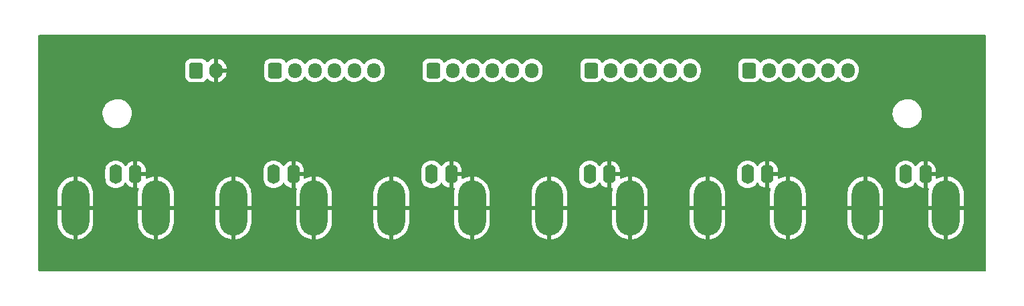
<source format=gbr>
%TF.GenerationSoftware,KiCad,Pcbnew,7.0.8*%
%TF.CreationDate,2024-02-13T18:25:42+01:00*%
%TF.ProjectId,BlankingRelay_Top1,426c616e-6b69-46e6-9752-656c61795f54,rev?*%
%TF.SameCoordinates,Original*%
%TF.FileFunction,Copper,L2,Bot*%
%TF.FilePolarity,Positive*%
%FSLAX46Y46*%
G04 Gerber Fmt 4.6, Leading zero omitted, Abs format (unit mm)*
G04 Created by KiCad (PCBNEW 7.0.8) date 2024-02-13 18:25:42*
%MOMM*%
%LPD*%
G01*
G04 APERTURE LIST*
G04 Aperture macros list*
%AMRoundRect*
0 Rectangle with rounded corners*
0 $1 Rounding radius*
0 $2 $3 $4 $5 $6 $7 $8 $9 X,Y pos of 4 corners*
0 Add a 4 corners polygon primitive as box body*
4,1,4,$2,$3,$4,$5,$6,$7,$8,$9,$2,$3,0*
0 Add four circle primitives for the rounded corners*
1,1,$1+$1,$2,$3*
1,1,$1+$1,$4,$5*
1,1,$1+$1,$6,$7*
1,1,$1+$1,$8,$9*
0 Add four rect primitives between the rounded corners*
20,1,$1+$1,$2,$3,$4,$5,0*
20,1,$1+$1,$4,$5,$6,$7,0*
20,1,$1+$1,$6,$7,$8,$9,0*
20,1,$1+$1,$8,$9,$2,$3,0*%
G04 Aperture macros list end*
%TA.AperFunction,ComponentPad*%
%ADD10RoundRect,0.250000X-0.600000X-0.725000X0.600000X-0.725000X0.600000X0.725000X-0.600000X0.725000X0*%
%TD*%
%TA.AperFunction,ComponentPad*%
%ADD11O,1.700000X1.950000*%
%TD*%
%TA.AperFunction,ComponentPad*%
%ADD12RoundRect,0.250000X-0.600000X-0.750000X0.600000X-0.750000X0.600000X0.750000X-0.600000X0.750000X0*%
%TD*%
%TA.AperFunction,ComponentPad*%
%ADD13O,1.700000X2.000000*%
%TD*%
%TA.AperFunction,ComponentPad*%
%ADD14O,1.600200X2.499360*%
%TD*%
%TA.AperFunction,ComponentPad*%
%ADD15O,3.500120X7.000240*%
%TD*%
G04 APERTURE END LIST*
D10*
%TO.P,J10,1,Pin_1*%
%TO.N,Blanking_Out1*%
X140000000Y-59500000D03*
D11*
%TO.P,J10,2,Pin_2*%
%TO.N,Blanking_Out2*%
X142500000Y-59500000D03*
%TO.P,J10,3,Pin_3*%
%TO.N,Blanking_Out3*%
X145000000Y-59500000D03*
%TO.P,J10,4,Pin_4*%
%TO.N,Blanking_Out4*%
X147500000Y-59500000D03*
%TO.P,J10,5,Pin_5*%
%TO.N,Blanking_Out5*%
X150000000Y-59500000D03*
%TO.P,J10,6,Pin_6*%
%TO.N,Blanking_Out6*%
X152500000Y-59500000D03*
%TD*%
D12*
%TO.P,J11,1,Pin_1*%
%TO.N,5V*%
X70000000Y-59500000D03*
D13*
%TO.P,J11,2,Pin_2*%
%TO.N,GNDREF*%
X72500000Y-59500000D03*
%TD*%
D10*
%TO.P,J8,1,Pin_1*%
%TO.N,Blanking_Out1*%
X100000000Y-59500000D03*
D11*
%TO.P,J8,2,Pin_2*%
%TO.N,Blanking_Out2*%
X102500000Y-59500000D03*
%TO.P,J8,3,Pin_3*%
%TO.N,Blanking_Out3*%
X105000000Y-59500000D03*
%TO.P,J8,4,Pin_4*%
%TO.N,Blanking_Out4*%
X107500000Y-59500000D03*
%TO.P,J8,5,Pin_5*%
%TO.N,Blanking_Out5*%
X110000000Y-59500000D03*
%TO.P,J8,6,Pin_6*%
%TO.N,Blanking_Out6*%
X112500000Y-59500000D03*
%TD*%
D10*
%TO.P,J9,1,Pin_1*%
%TO.N,Blanking_Out1*%
X120000000Y-59500000D03*
D11*
%TO.P,J9,2,Pin_2*%
%TO.N,Blanking_Out2*%
X122500000Y-59500000D03*
%TO.P,J9,3,Pin_3*%
%TO.N,Blanking_Out3*%
X125000000Y-59500000D03*
%TO.P,J9,4,Pin_4*%
%TO.N,Blanking_Out4*%
X127500000Y-59500000D03*
%TO.P,J9,5,Pin_5*%
%TO.N,Blanking_Out5*%
X130000000Y-59500000D03*
%TO.P,J9,6,Pin_6*%
%TO.N,Blanking_Out6*%
X132500000Y-59500000D03*
%TD*%
D10*
%TO.P,J1,1,Pin_1*%
%TO.N,Blanking_Out1*%
X80000000Y-59500000D03*
D11*
%TO.P,J1,2,Pin_2*%
%TO.N,Blanking_Out2*%
X82500000Y-59500000D03*
%TO.P,J1,3,Pin_3*%
%TO.N,Blanking_Out3*%
X85000000Y-59500000D03*
%TO.P,J1,4,Pin_4*%
%TO.N,Blanking_Out4*%
X87500000Y-59500000D03*
%TO.P,J1,5,Pin_5*%
%TO.N,Blanking_Out5*%
X90000000Y-59500000D03*
%TO.P,J1,6,Pin_6*%
%TO.N,Blanking_Out6*%
X92500000Y-59500000D03*
%TD*%
D14*
%TO.P,J6,1,In*%
%TO.N,Blanking_Out5*%
X139800000Y-72698740D03*
D15*
%TO.P,J6,2,Ext*%
%TO.N,GNDREF*%
X144897780Y-76963400D03*
D14*
X142299360Y-72698740D03*
D15*
X134699680Y-76963400D03*
%TD*%
D14*
%TO.P,J7,1,In*%
%TO.N,Blanking_Out6*%
X159800000Y-72698740D03*
D15*
%TO.P,J7,2,Ext*%
%TO.N,GNDREF*%
X164897780Y-76963400D03*
D14*
X162299360Y-72698740D03*
D15*
X154699680Y-76963400D03*
%TD*%
D14*
%TO.P,J5,1,In*%
%TO.N,Blanking_Out4*%
X119800000Y-72698740D03*
D15*
%TO.P,J5,2,Ext*%
%TO.N,GNDREF*%
X124897780Y-76963400D03*
D14*
X122299360Y-72698740D03*
D15*
X114699680Y-76963400D03*
%TD*%
D14*
%TO.P,J3,1,In*%
%TO.N,Blanking_Out2*%
X79800000Y-72698740D03*
D15*
%TO.P,J3,2,Ext*%
%TO.N,GNDREF*%
X84897780Y-76963400D03*
D14*
X82299360Y-72698740D03*
D15*
X74699680Y-76963400D03*
%TD*%
D14*
%TO.P,J4,1,In*%
%TO.N,Blanking_Out3*%
X99800000Y-72698740D03*
D15*
%TO.P,J4,2,Ext*%
%TO.N,GNDREF*%
X104897780Y-76963400D03*
D14*
X102299360Y-72698740D03*
D15*
X94699680Y-76963400D03*
%TD*%
D14*
%TO.P,J2,1,In*%
%TO.N,Blanking_Out1*%
X59800000Y-72698740D03*
D15*
%TO.P,J2,2,Ext*%
%TO.N,GNDREF*%
X64897780Y-76963400D03*
D14*
X62299360Y-72698740D03*
D15*
X54699680Y-76963400D03*
%TD*%
%TA.AperFunction,Conductor*%
%TO.N,GNDREF*%
G36*
X169941621Y-55020502D02*
G01*
X169988114Y-55074158D01*
X169999500Y-55126500D01*
X169999500Y-84873500D01*
X169979498Y-84941621D01*
X169925842Y-84988114D01*
X169873500Y-84999500D01*
X50126500Y-84999500D01*
X50058379Y-84979498D01*
X50011886Y-84925842D01*
X50000500Y-84873500D01*
X50000500Y-78788953D01*
X52441620Y-78788953D01*
X52456759Y-79015103D01*
X52456760Y-79015112D01*
X52516975Y-79311360D01*
X52516977Y-79311368D01*
X52616142Y-79596950D01*
X52616146Y-79596959D01*
X52752493Y-79866782D01*
X52923591Y-80116026D01*
X53126378Y-80340238D01*
X53126392Y-80340251D01*
X53357246Y-80535424D01*
X53357247Y-80535425D01*
X53612069Y-80698098D01*
X53886293Y-80825352D01*
X53886298Y-80825353D01*
X54175044Y-80914923D01*
X54445680Y-80960573D01*
X54445680Y-78034506D01*
X54594660Y-78063220D01*
X54752073Y-78063220D01*
X54908769Y-78048257D01*
X54953680Y-78035069D01*
X54953680Y-80957364D01*
X55076092Y-80945050D01*
X55370187Y-80874964D01*
X55370188Y-80874964D01*
X55652298Y-80766312D01*
X55917421Y-80621021D01*
X56160809Y-80441691D01*
X56378125Y-80231519D01*
X56378128Y-80231515D01*
X56565480Y-79994268D01*
X56565484Y-79994262D01*
X56719551Y-79734146D01*
X56719553Y-79734141D01*
X56837572Y-79455819D01*
X56837575Y-79455810D01*
X56917443Y-79164244D01*
X56957740Y-78864615D01*
X56957740Y-77217400D01*
X55774291Y-77217400D01*
X55803252Y-77015970D01*
X55793257Y-76806167D01*
X55769782Y-76709400D01*
X56957740Y-76709400D01*
X56957740Y-75137847D01*
X56942600Y-74911696D01*
X56942599Y-74911687D01*
X56882384Y-74615439D01*
X56882382Y-74615431D01*
X56783217Y-74329849D01*
X56783213Y-74329840D01*
X56646866Y-74060017D01*
X56475768Y-73810773D01*
X56272981Y-73586561D01*
X56272967Y-73586548D01*
X56042113Y-73391375D01*
X56042112Y-73391374D01*
X55787290Y-73228701D01*
X55737201Y-73205457D01*
X58491400Y-73205457D01*
X58506358Y-73376424D01*
X58565621Y-73597597D01*
X58662390Y-73805119D01*
X58793725Y-73992685D01*
X58955635Y-74154595D01*
X59143200Y-74285930D01*
X59350723Y-74382699D01*
X59571896Y-74441962D01*
X59800000Y-74461919D01*
X60028104Y-74441962D01*
X60249277Y-74382699D01*
X60456799Y-74285930D01*
X60644365Y-74154595D01*
X60806275Y-73992685D01*
X60937610Y-73805119D01*
X60937610Y-73805118D01*
X60937612Y-73805116D01*
X60940361Y-73800355D01*
X60942408Y-73801537D01*
X60982670Y-73755804D01*
X61050945Y-73736338D01*
X61118907Y-73756874D01*
X61157389Y-73801284D01*
X61159434Y-73800104D01*
X61162186Y-73804871D01*
X61293464Y-73992357D01*
X61293467Y-73992360D01*
X61455321Y-74154213D01*
X61642810Y-74285494D01*
X61850253Y-74382227D01*
X61850252Y-74382227D01*
X62045360Y-74434504D01*
X62045360Y-73132833D01*
X62156937Y-73183789D01*
X62263568Y-73199120D01*
X62335152Y-73199120D01*
X62441783Y-73183789D01*
X62553360Y-73132833D01*
X62553360Y-74434504D01*
X62574866Y-74428742D01*
X62645842Y-74430432D01*
X62704638Y-74470227D01*
X62732585Y-74535491D01*
X62728999Y-74583738D01*
X62680016Y-74762555D01*
X62639720Y-75062184D01*
X62639720Y-76709400D01*
X63823169Y-76709400D01*
X63794208Y-76910830D01*
X63804203Y-77120633D01*
X63827678Y-77217400D01*
X62639720Y-77217400D01*
X62639720Y-78788953D01*
X62654859Y-79015103D01*
X62654860Y-79015112D01*
X62715075Y-79311360D01*
X62715077Y-79311368D01*
X62814242Y-79596950D01*
X62814246Y-79596959D01*
X62950593Y-79866782D01*
X63121691Y-80116026D01*
X63324478Y-80340238D01*
X63324492Y-80340251D01*
X63555346Y-80535424D01*
X63555347Y-80535425D01*
X63810169Y-80698098D01*
X64084393Y-80825352D01*
X64084398Y-80825353D01*
X64373144Y-80914923D01*
X64643780Y-80960573D01*
X64643780Y-78034506D01*
X64792760Y-78063220D01*
X64950173Y-78063220D01*
X65106869Y-78048257D01*
X65151780Y-78035069D01*
X65151780Y-80957364D01*
X65274192Y-80945050D01*
X65568287Y-80874964D01*
X65568288Y-80874964D01*
X65850398Y-80766312D01*
X66115521Y-80621021D01*
X66358909Y-80441691D01*
X66576225Y-80231519D01*
X66576228Y-80231515D01*
X66763580Y-79994268D01*
X66763584Y-79994262D01*
X66917651Y-79734146D01*
X66917653Y-79734141D01*
X67035672Y-79455819D01*
X67035675Y-79455810D01*
X67115543Y-79164244D01*
X67155840Y-78864615D01*
X67155840Y-78788953D01*
X72441620Y-78788953D01*
X72456759Y-79015103D01*
X72456760Y-79015112D01*
X72516975Y-79311360D01*
X72516977Y-79311368D01*
X72616142Y-79596950D01*
X72616146Y-79596959D01*
X72752493Y-79866782D01*
X72923591Y-80116026D01*
X73126378Y-80340238D01*
X73126392Y-80340251D01*
X73357246Y-80535424D01*
X73357247Y-80535425D01*
X73612069Y-80698098D01*
X73886293Y-80825352D01*
X73886298Y-80825353D01*
X74175044Y-80914923D01*
X74445680Y-80960573D01*
X74445680Y-78034506D01*
X74594660Y-78063220D01*
X74752073Y-78063220D01*
X74908769Y-78048257D01*
X74953680Y-78035069D01*
X74953680Y-80957364D01*
X75076092Y-80945050D01*
X75370187Y-80874964D01*
X75370188Y-80874964D01*
X75652298Y-80766312D01*
X75917421Y-80621021D01*
X76160809Y-80441691D01*
X76378125Y-80231519D01*
X76378128Y-80231515D01*
X76565480Y-79994268D01*
X76565484Y-79994262D01*
X76719551Y-79734146D01*
X76719553Y-79734141D01*
X76837572Y-79455819D01*
X76837575Y-79455810D01*
X76917443Y-79164244D01*
X76957740Y-78864615D01*
X76957740Y-77217400D01*
X75774291Y-77217400D01*
X75803252Y-77015970D01*
X75793257Y-76806167D01*
X75769782Y-76709400D01*
X76957740Y-76709400D01*
X76957740Y-75137847D01*
X76942600Y-74911696D01*
X76942599Y-74911687D01*
X76882384Y-74615439D01*
X76882382Y-74615431D01*
X76783217Y-74329849D01*
X76783213Y-74329840D01*
X76646866Y-74060017D01*
X76475768Y-73810773D01*
X76272981Y-73586561D01*
X76272967Y-73586548D01*
X76042113Y-73391375D01*
X76042112Y-73391374D01*
X75787290Y-73228701D01*
X75737201Y-73205457D01*
X78491400Y-73205457D01*
X78506358Y-73376424D01*
X78565621Y-73597597D01*
X78662390Y-73805119D01*
X78793725Y-73992685D01*
X78955635Y-74154595D01*
X79143200Y-74285930D01*
X79350723Y-74382699D01*
X79571896Y-74441962D01*
X79800000Y-74461919D01*
X80028104Y-74441962D01*
X80249277Y-74382699D01*
X80456799Y-74285930D01*
X80644365Y-74154595D01*
X80806275Y-73992685D01*
X80937610Y-73805119D01*
X80937610Y-73805118D01*
X80937612Y-73805116D01*
X80940361Y-73800355D01*
X80942408Y-73801537D01*
X80982670Y-73755804D01*
X81050945Y-73736338D01*
X81118907Y-73756874D01*
X81157389Y-73801284D01*
X81159434Y-73800104D01*
X81162186Y-73804871D01*
X81293464Y-73992357D01*
X81293467Y-73992360D01*
X81455321Y-74154213D01*
X81642810Y-74285494D01*
X81850253Y-74382227D01*
X81850252Y-74382227D01*
X82045360Y-74434504D01*
X82045360Y-73132833D01*
X82156937Y-73183789D01*
X82263568Y-73199120D01*
X82335152Y-73199120D01*
X82441783Y-73183789D01*
X82553360Y-73132833D01*
X82553360Y-74434504D01*
X82574866Y-74428742D01*
X82645842Y-74430432D01*
X82704638Y-74470227D01*
X82732585Y-74535491D01*
X82728999Y-74583738D01*
X82680016Y-74762555D01*
X82639720Y-75062184D01*
X82639720Y-76709400D01*
X83823169Y-76709400D01*
X83794208Y-76910830D01*
X83804203Y-77120633D01*
X83827678Y-77217400D01*
X82639720Y-77217400D01*
X82639720Y-78788953D01*
X82654859Y-79015103D01*
X82654860Y-79015112D01*
X82715075Y-79311360D01*
X82715077Y-79311368D01*
X82814242Y-79596950D01*
X82814246Y-79596959D01*
X82950593Y-79866782D01*
X83121691Y-80116026D01*
X83324478Y-80340238D01*
X83324492Y-80340251D01*
X83555346Y-80535424D01*
X83555347Y-80535425D01*
X83810169Y-80698098D01*
X84084393Y-80825352D01*
X84084398Y-80825353D01*
X84373144Y-80914923D01*
X84643780Y-80960573D01*
X84643780Y-78034506D01*
X84792760Y-78063220D01*
X84950173Y-78063220D01*
X85106869Y-78048257D01*
X85151780Y-78035069D01*
X85151780Y-80957364D01*
X85274192Y-80945050D01*
X85568287Y-80874964D01*
X85568288Y-80874964D01*
X85850398Y-80766312D01*
X86115521Y-80621021D01*
X86358909Y-80441691D01*
X86576225Y-80231519D01*
X86576228Y-80231515D01*
X86763580Y-79994268D01*
X86763584Y-79994262D01*
X86917651Y-79734146D01*
X86917653Y-79734141D01*
X87035672Y-79455819D01*
X87035675Y-79455810D01*
X87115543Y-79164244D01*
X87155840Y-78864615D01*
X87155840Y-78788953D01*
X92441620Y-78788953D01*
X92456759Y-79015103D01*
X92456760Y-79015112D01*
X92516975Y-79311360D01*
X92516977Y-79311368D01*
X92616142Y-79596950D01*
X92616146Y-79596959D01*
X92752493Y-79866782D01*
X92923591Y-80116026D01*
X93126378Y-80340238D01*
X93126392Y-80340251D01*
X93357246Y-80535424D01*
X93357247Y-80535425D01*
X93612069Y-80698098D01*
X93886293Y-80825352D01*
X93886298Y-80825353D01*
X94175044Y-80914923D01*
X94445680Y-80960573D01*
X94445680Y-78034506D01*
X94594660Y-78063220D01*
X94752073Y-78063220D01*
X94908769Y-78048257D01*
X94953680Y-78035069D01*
X94953680Y-80957364D01*
X95076092Y-80945050D01*
X95370187Y-80874964D01*
X95370188Y-80874964D01*
X95652298Y-80766312D01*
X95917421Y-80621021D01*
X96160809Y-80441691D01*
X96378125Y-80231519D01*
X96378128Y-80231515D01*
X96565480Y-79994268D01*
X96565484Y-79994262D01*
X96719551Y-79734146D01*
X96719553Y-79734141D01*
X96837572Y-79455819D01*
X96837575Y-79455810D01*
X96917443Y-79164244D01*
X96957740Y-78864615D01*
X96957740Y-77217400D01*
X95774291Y-77217400D01*
X95803252Y-77015970D01*
X95793257Y-76806167D01*
X95769782Y-76709400D01*
X96957740Y-76709400D01*
X96957740Y-75137847D01*
X96942600Y-74911696D01*
X96942599Y-74911687D01*
X96882384Y-74615439D01*
X96882382Y-74615431D01*
X96783217Y-74329849D01*
X96783213Y-74329840D01*
X96646866Y-74060017D01*
X96475768Y-73810773D01*
X96272981Y-73586561D01*
X96272967Y-73586548D01*
X96042113Y-73391375D01*
X96042112Y-73391374D01*
X95787290Y-73228701D01*
X95737201Y-73205457D01*
X98491400Y-73205457D01*
X98506358Y-73376424D01*
X98565621Y-73597597D01*
X98662390Y-73805119D01*
X98793725Y-73992685D01*
X98955635Y-74154595D01*
X99143200Y-74285930D01*
X99350723Y-74382699D01*
X99571896Y-74441962D01*
X99800000Y-74461919D01*
X100028104Y-74441962D01*
X100249277Y-74382699D01*
X100456799Y-74285930D01*
X100644365Y-74154595D01*
X100806275Y-73992685D01*
X100937610Y-73805119D01*
X100937610Y-73805118D01*
X100937612Y-73805116D01*
X100940361Y-73800355D01*
X100942408Y-73801537D01*
X100982670Y-73755804D01*
X101050945Y-73736338D01*
X101118907Y-73756874D01*
X101157389Y-73801284D01*
X101159434Y-73800104D01*
X101162186Y-73804871D01*
X101293464Y-73992357D01*
X101293467Y-73992360D01*
X101455321Y-74154213D01*
X101642810Y-74285494D01*
X101850253Y-74382227D01*
X101850252Y-74382227D01*
X102045360Y-74434504D01*
X102045360Y-73132833D01*
X102156937Y-73183789D01*
X102263568Y-73199120D01*
X102335152Y-73199120D01*
X102441783Y-73183789D01*
X102553360Y-73132833D01*
X102553360Y-74434504D01*
X102574866Y-74428742D01*
X102645842Y-74430432D01*
X102704638Y-74470227D01*
X102732585Y-74535491D01*
X102728999Y-74583738D01*
X102680016Y-74762555D01*
X102639720Y-75062184D01*
X102639720Y-76709400D01*
X103823169Y-76709400D01*
X103794208Y-76910830D01*
X103804203Y-77120633D01*
X103827678Y-77217400D01*
X102639720Y-77217400D01*
X102639720Y-78788953D01*
X102654859Y-79015103D01*
X102654860Y-79015112D01*
X102715075Y-79311360D01*
X102715077Y-79311368D01*
X102814242Y-79596950D01*
X102814246Y-79596959D01*
X102950593Y-79866782D01*
X103121691Y-80116026D01*
X103324478Y-80340238D01*
X103324492Y-80340251D01*
X103555346Y-80535424D01*
X103555347Y-80535425D01*
X103810169Y-80698098D01*
X104084393Y-80825352D01*
X104084398Y-80825353D01*
X104373144Y-80914923D01*
X104643780Y-80960573D01*
X104643780Y-78034506D01*
X104792760Y-78063220D01*
X104950173Y-78063220D01*
X105106869Y-78048257D01*
X105151780Y-78035069D01*
X105151780Y-80957364D01*
X105274192Y-80945050D01*
X105568287Y-80874964D01*
X105568288Y-80874964D01*
X105850398Y-80766312D01*
X106115521Y-80621021D01*
X106358909Y-80441691D01*
X106576225Y-80231519D01*
X106576228Y-80231515D01*
X106763580Y-79994268D01*
X106763584Y-79994262D01*
X106917651Y-79734146D01*
X106917653Y-79734141D01*
X107035672Y-79455819D01*
X107035675Y-79455810D01*
X107115543Y-79164244D01*
X107155840Y-78864615D01*
X107155840Y-78788953D01*
X112441620Y-78788953D01*
X112456759Y-79015103D01*
X112456760Y-79015112D01*
X112516975Y-79311360D01*
X112516977Y-79311368D01*
X112616142Y-79596950D01*
X112616146Y-79596959D01*
X112752493Y-79866782D01*
X112923591Y-80116026D01*
X113126378Y-80340238D01*
X113126392Y-80340251D01*
X113357246Y-80535424D01*
X113357247Y-80535425D01*
X113612069Y-80698098D01*
X113886293Y-80825352D01*
X113886298Y-80825353D01*
X114175044Y-80914923D01*
X114445680Y-80960573D01*
X114445680Y-78034506D01*
X114594660Y-78063220D01*
X114752073Y-78063220D01*
X114908769Y-78048257D01*
X114953680Y-78035069D01*
X114953680Y-80957364D01*
X115076092Y-80945050D01*
X115370187Y-80874964D01*
X115370188Y-80874964D01*
X115652298Y-80766312D01*
X115917421Y-80621021D01*
X116160809Y-80441691D01*
X116378125Y-80231519D01*
X116378128Y-80231515D01*
X116565480Y-79994268D01*
X116565484Y-79994262D01*
X116719551Y-79734146D01*
X116719553Y-79734141D01*
X116837572Y-79455819D01*
X116837575Y-79455810D01*
X116917443Y-79164244D01*
X116957740Y-78864615D01*
X116957740Y-77217400D01*
X115774291Y-77217400D01*
X115803252Y-77015970D01*
X115793257Y-76806167D01*
X115769782Y-76709400D01*
X116957740Y-76709400D01*
X116957740Y-75137847D01*
X116942600Y-74911696D01*
X116942599Y-74911687D01*
X116882384Y-74615439D01*
X116882382Y-74615431D01*
X116783217Y-74329849D01*
X116783213Y-74329840D01*
X116646866Y-74060017D01*
X116475768Y-73810773D01*
X116272981Y-73586561D01*
X116272967Y-73586548D01*
X116042113Y-73391375D01*
X116042112Y-73391374D01*
X115787290Y-73228701D01*
X115737201Y-73205457D01*
X118491400Y-73205457D01*
X118506358Y-73376424D01*
X118565621Y-73597597D01*
X118662390Y-73805119D01*
X118793725Y-73992685D01*
X118955635Y-74154595D01*
X119143200Y-74285930D01*
X119350723Y-74382699D01*
X119571896Y-74441962D01*
X119800000Y-74461919D01*
X120028104Y-74441962D01*
X120249277Y-74382699D01*
X120456799Y-74285930D01*
X120644365Y-74154595D01*
X120806275Y-73992685D01*
X120937610Y-73805119D01*
X120937610Y-73805118D01*
X120937612Y-73805116D01*
X120940361Y-73800355D01*
X120942408Y-73801537D01*
X120982670Y-73755804D01*
X121050945Y-73736338D01*
X121118907Y-73756874D01*
X121157389Y-73801284D01*
X121159434Y-73800104D01*
X121162186Y-73804871D01*
X121293464Y-73992357D01*
X121293467Y-73992360D01*
X121455321Y-74154213D01*
X121642810Y-74285494D01*
X121850253Y-74382227D01*
X121850252Y-74382227D01*
X122045360Y-74434504D01*
X122045360Y-73132833D01*
X122156937Y-73183789D01*
X122263568Y-73199120D01*
X122335152Y-73199120D01*
X122441783Y-73183789D01*
X122553360Y-73132833D01*
X122553360Y-74434504D01*
X122574866Y-74428742D01*
X122645842Y-74430432D01*
X122704638Y-74470227D01*
X122732585Y-74535491D01*
X122728999Y-74583738D01*
X122680016Y-74762555D01*
X122639720Y-75062184D01*
X122639720Y-76709400D01*
X123823169Y-76709400D01*
X123794208Y-76910830D01*
X123804203Y-77120633D01*
X123827678Y-77217400D01*
X122639720Y-77217400D01*
X122639720Y-78788953D01*
X122654859Y-79015103D01*
X122654860Y-79015112D01*
X122715075Y-79311360D01*
X122715077Y-79311368D01*
X122814242Y-79596950D01*
X122814246Y-79596959D01*
X122950593Y-79866782D01*
X123121691Y-80116026D01*
X123324478Y-80340238D01*
X123324492Y-80340251D01*
X123555346Y-80535424D01*
X123555347Y-80535425D01*
X123810169Y-80698098D01*
X124084393Y-80825352D01*
X124084398Y-80825353D01*
X124373144Y-80914923D01*
X124643780Y-80960573D01*
X124643780Y-78034506D01*
X124792760Y-78063220D01*
X124950173Y-78063220D01*
X125106869Y-78048257D01*
X125151780Y-78035069D01*
X125151780Y-80957364D01*
X125274192Y-80945050D01*
X125568287Y-80874964D01*
X125568288Y-80874964D01*
X125850398Y-80766312D01*
X126115521Y-80621021D01*
X126358909Y-80441691D01*
X126576225Y-80231519D01*
X126576228Y-80231515D01*
X126763580Y-79994268D01*
X126763584Y-79994262D01*
X126917651Y-79734146D01*
X126917653Y-79734141D01*
X127035672Y-79455819D01*
X127035675Y-79455810D01*
X127115543Y-79164244D01*
X127155840Y-78864615D01*
X127155840Y-78788953D01*
X132441620Y-78788953D01*
X132456759Y-79015103D01*
X132456760Y-79015112D01*
X132516975Y-79311360D01*
X132516977Y-79311368D01*
X132616142Y-79596950D01*
X132616146Y-79596959D01*
X132752493Y-79866782D01*
X132923591Y-80116026D01*
X133126378Y-80340238D01*
X133126392Y-80340251D01*
X133357246Y-80535424D01*
X133357247Y-80535425D01*
X133612069Y-80698098D01*
X133886293Y-80825352D01*
X133886298Y-80825353D01*
X134175044Y-80914923D01*
X134445680Y-80960573D01*
X134445680Y-78034506D01*
X134594660Y-78063220D01*
X134752073Y-78063220D01*
X134908769Y-78048257D01*
X134953680Y-78035069D01*
X134953680Y-80957364D01*
X135076092Y-80945050D01*
X135370187Y-80874964D01*
X135370188Y-80874964D01*
X135652298Y-80766312D01*
X135917421Y-80621021D01*
X136160809Y-80441691D01*
X136378125Y-80231519D01*
X136378128Y-80231515D01*
X136565480Y-79994268D01*
X136565484Y-79994262D01*
X136719551Y-79734146D01*
X136719553Y-79734141D01*
X136837572Y-79455819D01*
X136837575Y-79455810D01*
X136917443Y-79164244D01*
X136957740Y-78864615D01*
X136957740Y-77217400D01*
X135774291Y-77217400D01*
X135803252Y-77015970D01*
X135793257Y-76806167D01*
X135769782Y-76709400D01*
X136957740Y-76709400D01*
X136957740Y-75137847D01*
X136942600Y-74911696D01*
X136942599Y-74911687D01*
X136882384Y-74615439D01*
X136882382Y-74615431D01*
X136783217Y-74329849D01*
X136783213Y-74329840D01*
X136646866Y-74060017D01*
X136475768Y-73810773D01*
X136272981Y-73586561D01*
X136272967Y-73586548D01*
X136042113Y-73391375D01*
X136042112Y-73391374D01*
X135787290Y-73228701D01*
X135737201Y-73205457D01*
X138491400Y-73205457D01*
X138506358Y-73376424D01*
X138565621Y-73597597D01*
X138662390Y-73805119D01*
X138793725Y-73992685D01*
X138955635Y-74154595D01*
X139143200Y-74285930D01*
X139350723Y-74382699D01*
X139571896Y-74441962D01*
X139800000Y-74461919D01*
X140028104Y-74441962D01*
X140249277Y-74382699D01*
X140456799Y-74285930D01*
X140644365Y-74154595D01*
X140806275Y-73992685D01*
X140937610Y-73805119D01*
X140937610Y-73805118D01*
X140937612Y-73805116D01*
X140940361Y-73800355D01*
X140942408Y-73801537D01*
X140982670Y-73755804D01*
X141050945Y-73736338D01*
X141118907Y-73756874D01*
X141157389Y-73801284D01*
X141159434Y-73800104D01*
X141162186Y-73804871D01*
X141293464Y-73992357D01*
X141293467Y-73992360D01*
X141455321Y-74154213D01*
X141642810Y-74285494D01*
X141850253Y-74382227D01*
X141850252Y-74382227D01*
X142045360Y-74434504D01*
X142045360Y-73132833D01*
X142156937Y-73183789D01*
X142263568Y-73199120D01*
X142335152Y-73199120D01*
X142441783Y-73183789D01*
X142553360Y-73132833D01*
X142553360Y-74434504D01*
X142574866Y-74428742D01*
X142645842Y-74430432D01*
X142704638Y-74470227D01*
X142732585Y-74535491D01*
X142728999Y-74583738D01*
X142680016Y-74762555D01*
X142639720Y-75062184D01*
X142639720Y-76709400D01*
X143823169Y-76709400D01*
X143794208Y-76910830D01*
X143804203Y-77120633D01*
X143827678Y-77217400D01*
X142639720Y-77217400D01*
X142639720Y-78788953D01*
X142654859Y-79015103D01*
X142654860Y-79015112D01*
X142715075Y-79311360D01*
X142715077Y-79311368D01*
X142814242Y-79596950D01*
X142814246Y-79596959D01*
X142950593Y-79866782D01*
X143121691Y-80116026D01*
X143324478Y-80340238D01*
X143324492Y-80340251D01*
X143555346Y-80535424D01*
X143555347Y-80535425D01*
X143810169Y-80698098D01*
X144084393Y-80825352D01*
X144084398Y-80825353D01*
X144373144Y-80914923D01*
X144643780Y-80960573D01*
X144643780Y-78034506D01*
X144792760Y-78063220D01*
X144950173Y-78063220D01*
X145106869Y-78048257D01*
X145151780Y-78035069D01*
X145151780Y-80957364D01*
X145274192Y-80945050D01*
X145568287Y-80874964D01*
X145568288Y-80874964D01*
X145850398Y-80766312D01*
X146115521Y-80621021D01*
X146358909Y-80441691D01*
X146576225Y-80231519D01*
X146576228Y-80231515D01*
X146763580Y-79994268D01*
X146763584Y-79994262D01*
X146917651Y-79734146D01*
X146917653Y-79734141D01*
X147035672Y-79455819D01*
X147035675Y-79455810D01*
X147115543Y-79164244D01*
X147155840Y-78864615D01*
X147155840Y-78788953D01*
X152441620Y-78788953D01*
X152456759Y-79015103D01*
X152456760Y-79015112D01*
X152516975Y-79311360D01*
X152516977Y-79311368D01*
X152616142Y-79596950D01*
X152616146Y-79596959D01*
X152752493Y-79866782D01*
X152923591Y-80116026D01*
X153126378Y-80340238D01*
X153126392Y-80340251D01*
X153357246Y-80535424D01*
X153357247Y-80535425D01*
X153612069Y-80698098D01*
X153886293Y-80825352D01*
X153886298Y-80825353D01*
X154175044Y-80914923D01*
X154445680Y-80960573D01*
X154445680Y-78034506D01*
X154594660Y-78063220D01*
X154752073Y-78063220D01*
X154908769Y-78048257D01*
X154953680Y-78035069D01*
X154953680Y-80957364D01*
X155076092Y-80945050D01*
X155370187Y-80874964D01*
X155370188Y-80874964D01*
X155652298Y-80766312D01*
X155917421Y-80621021D01*
X156160809Y-80441691D01*
X156378125Y-80231519D01*
X156378128Y-80231515D01*
X156565480Y-79994268D01*
X156565484Y-79994262D01*
X156719551Y-79734146D01*
X156719553Y-79734141D01*
X156837572Y-79455819D01*
X156837575Y-79455810D01*
X156917443Y-79164244D01*
X156957740Y-78864615D01*
X156957740Y-77217400D01*
X155774291Y-77217400D01*
X155803252Y-77015970D01*
X155793257Y-76806167D01*
X155769782Y-76709400D01*
X156957740Y-76709400D01*
X156957740Y-75137847D01*
X156942600Y-74911696D01*
X156942599Y-74911687D01*
X156882384Y-74615439D01*
X156882382Y-74615431D01*
X156783217Y-74329849D01*
X156783213Y-74329840D01*
X156646866Y-74060017D01*
X156475768Y-73810773D01*
X156272981Y-73586561D01*
X156272967Y-73586548D01*
X156042113Y-73391375D01*
X156042112Y-73391374D01*
X155787290Y-73228701D01*
X155737201Y-73205457D01*
X158491400Y-73205457D01*
X158506358Y-73376424D01*
X158565621Y-73597597D01*
X158662390Y-73805119D01*
X158793725Y-73992685D01*
X158955635Y-74154595D01*
X159143200Y-74285930D01*
X159350723Y-74382699D01*
X159571896Y-74441962D01*
X159800000Y-74461919D01*
X160028104Y-74441962D01*
X160249277Y-74382699D01*
X160456799Y-74285930D01*
X160644365Y-74154595D01*
X160806275Y-73992685D01*
X160937610Y-73805119D01*
X160937610Y-73805118D01*
X160937612Y-73805116D01*
X160940361Y-73800355D01*
X160942408Y-73801537D01*
X160982670Y-73755804D01*
X161050945Y-73736338D01*
X161118907Y-73756874D01*
X161157389Y-73801284D01*
X161159434Y-73800104D01*
X161162186Y-73804871D01*
X161293464Y-73992357D01*
X161293467Y-73992360D01*
X161455321Y-74154213D01*
X161642810Y-74285494D01*
X161850253Y-74382227D01*
X161850252Y-74382227D01*
X162045360Y-74434504D01*
X162045360Y-73132833D01*
X162156937Y-73183789D01*
X162263568Y-73199120D01*
X162335152Y-73199120D01*
X162441783Y-73183789D01*
X162553360Y-73132833D01*
X162553360Y-74434504D01*
X162574866Y-74428742D01*
X162645842Y-74430432D01*
X162704638Y-74470227D01*
X162732585Y-74535491D01*
X162728999Y-74583738D01*
X162680016Y-74762555D01*
X162639720Y-75062184D01*
X162639720Y-76709400D01*
X163823169Y-76709400D01*
X163794208Y-76910830D01*
X163804203Y-77120633D01*
X163827678Y-77217400D01*
X162639720Y-77217400D01*
X162639720Y-78788953D01*
X162654859Y-79015103D01*
X162654860Y-79015112D01*
X162715075Y-79311360D01*
X162715077Y-79311368D01*
X162814242Y-79596950D01*
X162814246Y-79596959D01*
X162950593Y-79866782D01*
X163121691Y-80116026D01*
X163324478Y-80340238D01*
X163324492Y-80340251D01*
X163555346Y-80535424D01*
X163555347Y-80535425D01*
X163810169Y-80698098D01*
X164084393Y-80825352D01*
X164084398Y-80825353D01*
X164373144Y-80914923D01*
X164643780Y-80960573D01*
X164643780Y-78034506D01*
X164792760Y-78063220D01*
X164950173Y-78063220D01*
X165106869Y-78048257D01*
X165151780Y-78035069D01*
X165151780Y-80957364D01*
X165274192Y-80945050D01*
X165568287Y-80874964D01*
X165568288Y-80874964D01*
X165850398Y-80766312D01*
X166115521Y-80621021D01*
X166358909Y-80441691D01*
X166576225Y-80231519D01*
X166576228Y-80231515D01*
X166763580Y-79994268D01*
X166763584Y-79994262D01*
X166917651Y-79734146D01*
X166917653Y-79734141D01*
X167035672Y-79455819D01*
X167035675Y-79455810D01*
X167115543Y-79164244D01*
X167155840Y-78864615D01*
X167155840Y-77217400D01*
X165972391Y-77217400D01*
X166001352Y-77015970D01*
X165991357Y-76806167D01*
X165967882Y-76709400D01*
X167155840Y-76709400D01*
X167155840Y-75137847D01*
X167140700Y-74911696D01*
X167140699Y-74911687D01*
X167080484Y-74615439D01*
X167080482Y-74615431D01*
X166981317Y-74329849D01*
X166981313Y-74329840D01*
X166844966Y-74060017D01*
X166673868Y-73810773D01*
X166471081Y-73586561D01*
X166471067Y-73586548D01*
X166240213Y-73391375D01*
X166240212Y-73391374D01*
X165985390Y-73228701D01*
X165711166Y-73101447D01*
X165711161Y-73101446D01*
X165422415Y-73011876D01*
X165151780Y-72966225D01*
X165151780Y-75892293D01*
X165002800Y-75863580D01*
X164845387Y-75863580D01*
X164688691Y-75878543D01*
X164643780Y-75891730D01*
X164643780Y-72969434D01*
X164521367Y-72981749D01*
X164227272Y-73051835D01*
X164227271Y-73051835D01*
X163945161Y-73160487D01*
X163794013Y-73243319D01*
X163724662Y-73258515D01*
X163658104Y-73233806D01*
X163615471Y-73177034D01*
X163607460Y-73132823D01*
X163607460Y-72952740D01*
X162730928Y-72952740D01*
X162759203Y-72908743D01*
X162799740Y-72770684D01*
X162799740Y-72626796D01*
X162759203Y-72488737D01*
X162730928Y-72444740D01*
X163607460Y-72444740D01*
X163607460Y-72192045D01*
X163592507Y-72021139D01*
X163533268Y-71800055D01*
X163533266Y-71800051D01*
X163436533Y-71592608D01*
X163305255Y-71405122D01*
X163305252Y-71405119D01*
X163143398Y-71243266D01*
X162955909Y-71111985D01*
X162748468Y-71015253D01*
X162748464Y-71015251D01*
X162553360Y-70962973D01*
X162553360Y-72264646D01*
X162441783Y-72213691D01*
X162335152Y-72198360D01*
X162263568Y-72198360D01*
X162156937Y-72213691D01*
X162045360Y-72264646D01*
X162045360Y-70962973D01*
X161850255Y-71015251D01*
X161850251Y-71015253D01*
X161642808Y-71111986D01*
X161455322Y-71243264D01*
X161455312Y-71243273D01*
X161293473Y-71405112D01*
X161293464Y-71405122D01*
X161162186Y-71592608D01*
X161159434Y-71597376D01*
X161157327Y-71596160D01*
X161117187Y-71641709D01*
X161048901Y-71661141D01*
X160980950Y-71640569D01*
X160942327Y-71595989D01*
X160940361Y-71597125D01*
X160937612Y-71592363D01*
X160806277Y-71404798D01*
X160806275Y-71404795D01*
X160644365Y-71242885D01*
X160456800Y-71111550D01*
X160249280Y-71014782D01*
X160249275Y-71014780D01*
X160146628Y-70987276D01*
X160028104Y-70955518D01*
X159800000Y-70935561D01*
X159571896Y-70955518D01*
X159544074Y-70962973D01*
X159350724Y-71014780D01*
X159350719Y-71014782D01*
X159143200Y-71111550D01*
X158955638Y-71242882D01*
X158955632Y-71242887D01*
X158793727Y-71404792D01*
X158793722Y-71404798D01*
X158662390Y-71592360D01*
X158565622Y-71799879D01*
X158565620Y-71799884D01*
X158522237Y-71961794D01*
X158506358Y-72021056D01*
X158491400Y-72192023D01*
X158491400Y-73205457D01*
X155737201Y-73205457D01*
X155513066Y-73101447D01*
X155513061Y-73101446D01*
X155224315Y-73011876D01*
X154953680Y-72966225D01*
X154953680Y-75892293D01*
X154804700Y-75863580D01*
X154647287Y-75863580D01*
X154490591Y-75878543D01*
X154445680Y-75891730D01*
X154445680Y-72969434D01*
X154445679Y-72969434D01*
X154323267Y-72981749D01*
X154029172Y-73051835D01*
X154029171Y-73051835D01*
X153747061Y-73160487D01*
X153481938Y-73305778D01*
X153238550Y-73485108D01*
X153021234Y-73695280D01*
X153021231Y-73695284D01*
X152833879Y-73932531D01*
X152833875Y-73932537D01*
X152679808Y-74192653D01*
X152679806Y-74192658D01*
X152561787Y-74470980D01*
X152561784Y-74470989D01*
X152481916Y-74762555D01*
X152441620Y-75062184D01*
X152441620Y-76709400D01*
X153625069Y-76709400D01*
X153596108Y-76910830D01*
X153606103Y-77120633D01*
X153629578Y-77217400D01*
X152441620Y-77217400D01*
X152441620Y-78788953D01*
X147155840Y-78788953D01*
X147155840Y-77217400D01*
X145972391Y-77217400D01*
X146001352Y-77015970D01*
X145991357Y-76806167D01*
X145967882Y-76709400D01*
X147155840Y-76709400D01*
X147155840Y-75137847D01*
X147140700Y-74911696D01*
X147140699Y-74911687D01*
X147080484Y-74615439D01*
X147080482Y-74615431D01*
X146981317Y-74329849D01*
X146981313Y-74329840D01*
X146844966Y-74060017D01*
X146673868Y-73810773D01*
X146471081Y-73586561D01*
X146471067Y-73586548D01*
X146240213Y-73391375D01*
X146240212Y-73391374D01*
X145985390Y-73228701D01*
X145711166Y-73101447D01*
X145711161Y-73101446D01*
X145422415Y-73011876D01*
X145151780Y-72966225D01*
X145151780Y-75892293D01*
X145002800Y-75863580D01*
X144845387Y-75863580D01*
X144688691Y-75878543D01*
X144643780Y-75891730D01*
X144643780Y-72969434D01*
X144643779Y-72969434D01*
X144521367Y-72981749D01*
X144227272Y-73051835D01*
X144227271Y-73051835D01*
X143945161Y-73160487D01*
X143794013Y-73243319D01*
X143724662Y-73258515D01*
X143658104Y-73233806D01*
X143615471Y-73177034D01*
X143607460Y-73132823D01*
X143607460Y-72952740D01*
X142730928Y-72952740D01*
X142759203Y-72908743D01*
X142799740Y-72770684D01*
X142799740Y-72626796D01*
X142759203Y-72488737D01*
X142730928Y-72444740D01*
X143607460Y-72444740D01*
X143607460Y-72192045D01*
X143592507Y-72021139D01*
X143533268Y-71800055D01*
X143533266Y-71800051D01*
X143436533Y-71592608D01*
X143305255Y-71405122D01*
X143305252Y-71405119D01*
X143143398Y-71243266D01*
X142955909Y-71111985D01*
X142748468Y-71015253D01*
X142748464Y-71015251D01*
X142553360Y-70962973D01*
X142553360Y-72264646D01*
X142441783Y-72213691D01*
X142335152Y-72198360D01*
X142263568Y-72198360D01*
X142156937Y-72213691D01*
X142045360Y-72264646D01*
X142045360Y-70962973D01*
X141850255Y-71015251D01*
X141850251Y-71015253D01*
X141642808Y-71111986D01*
X141455322Y-71243264D01*
X141455312Y-71243273D01*
X141293473Y-71405112D01*
X141293464Y-71405122D01*
X141162186Y-71592608D01*
X141159434Y-71597376D01*
X141157327Y-71596160D01*
X141117187Y-71641709D01*
X141048901Y-71661141D01*
X140980950Y-71640569D01*
X140942327Y-71595989D01*
X140940361Y-71597125D01*
X140937612Y-71592363D01*
X140806277Y-71404798D01*
X140806275Y-71404795D01*
X140644365Y-71242885D01*
X140456800Y-71111550D01*
X140249280Y-71014782D01*
X140249275Y-71014780D01*
X140146628Y-70987276D01*
X140028104Y-70955518D01*
X139800000Y-70935561D01*
X139571896Y-70955518D01*
X139544074Y-70962973D01*
X139350724Y-71014780D01*
X139350719Y-71014782D01*
X139143200Y-71111550D01*
X138955638Y-71242882D01*
X138955632Y-71242887D01*
X138793727Y-71404792D01*
X138793722Y-71404798D01*
X138662390Y-71592360D01*
X138565622Y-71799879D01*
X138565620Y-71799884D01*
X138522237Y-71961794D01*
X138506358Y-72021056D01*
X138491400Y-72192023D01*
X138491400Y-73205457D01*
X135737201Y-73205457D01*
X135513066Y-73101447D01*
X135513061Y-73101446D01*
X135224315Y-73011876D01*
X134953680Y-72966225D01*
X134953680Y-75892293D01*
X134804700Y-75863580D01*
X134647287Y-75863580D01*
X134490591Y-75878543D01*
X134445680Y-75891730D01*
X134445680Y-72969434D01*
X134445679Y-72969434D01*
X134323267Y-72981749D01*
X134029172Y-73051835D01*
X134029171Y-73051835D01*
X133747061Y-73160487D01*
X133481938Y-73305778D01*
X133238550Y-73485108D01*
X133021234Y-73695280D01*
X133021231Y-73695284D01*
X132833879Y-73932531D01*
X132833875Y-73932537D01*
X132679808Y-74192653D01*
X132679806Y-74192658D01*
X132561787Y-74470980D01*
X132561784Y-74470989D01*
X132481916Y-74762555D01*
X132441620Y-75062184D01*
X132441620Y-76709400D01*
X133625069Y-76709400D01*
X133596108Y-76910830D01*
X133606103Y-77120633D01*
X133629578Y-77217400D01*
X132441620Y-77217400D01*
X132441620Y-78788953D01*
X127155840Y-78788953D01*
X127155840Y-77217400D01*
X125972391Y-77217400D01*
X126001352Y-77015970D01*
X125991357Y-76806167D01*
X125967882Y-76709400D01*
X127155840Y-76709400D01*
X127155840Y-75137847D01*
X127140700Y-74911696D01*
X127140699Y-74911687D01*
X127080484Y-74615439D01*
X127080482Y-74615431D01*
X126981317Y-74329849D01*
X126981313Y-74329840D01*
X126844966Y-74060017D01*
X126673868Y-73810773D01*
X126471081Y-73586561D01*
X126471067Y-73586548D01*
X126240213Y-73391375D01*
X126240212Y-73391374D01*
X125985390Y-73228701D01*
X125711166Y-73101447D01*
X125711161Y-73101446D01*
X125422415Y-73011876D01*
X125151780Y-72966225D01*
X125151780Y-75892293D01*
X125002800Y-75863580D01*
X124845387Y-75863580D01*
X124688691Y-75878543D01*
X124643780Y-75891730D01*
X124643780Y-72969434D01*
X124643779Y-72969434D01*
X124521367Y-72981749D01*
X124227272Y-73051835D01*
X124227271Y-73051835D01*
X123945161Y-73160487D01*
X123794013Y-73243319D01*
X123724662Y-73258515D01*
X123658104Y-73233806D01*
X123615471Y-73177034D01*
X123607460Y-73132823D01*
X123607460Y-72952740D01*
X122730928Y-72952740D01*
X122759203Y-72908743D01*
X122799740Y-72770684D01*
X122799740Y-72626796D01*
X122759203Y-72488737D01*
X122730928Y-72444740D01*
X123607460Y-72444740D01*
X123607460Y-72192045D01*
X123592507Y-72021139D01*
X123533268Y-71800055D01*
X123533266Y-71800051D01*
X123436533Y-71592608D01*
X123305255Y-71405122D01*
X123305252Y-71405119D01*
X123143398Y-71243266D01*
X122955909Y-71111985D01*
X122748468Y-71015253D01*
X122748464Y-71015251D01*
X122553360Y-70962973D01*
X122553360Y-72264646D01*
X122441783Y-72213691D01*
X122335152Y-72198360D01*
X122263568Y-72198360D01*
X122156937Y-72213691D01*
X122045360Y-72264646D01*
X122045360Y-70962973D01*
X121850255Y-71015251D01*
X121850251Y-71015253D01*
X121642808Y-71111986D01*
X121455322Y-71243264D01*
X121455312Y-71243273D01*
X121293473Y-71405112D01*
X121293464Y-71405122D01*
X121162186Y-71592608D01*
X121159434Y-71597376D01*
X121157327Y-71596160D01*
X121117187Y-71641709D01*
X121048901Y-71661141D01*
X120980950Y-71640569D01*
X120942327Y-71595989D01*
X120940361Y-71597125D01*
X120937612Y-71592363D01*
X120806277Y-71404798D01*
X120806275Y-71404795D01*
X120644365Y-71242885D01*
X120456800Y-71111550D01*
X120249280Y-71014782D01*
X120249275Y-71014780D01*
X120146628Y-70987276D01*
X120028104Y-70955518D01*
X119800000Y-70935561D01*
X119571896Y-70955518D01*
X119544074Y-70962973D01*
X119350724Y-71014780D01*
X119350719Y-71014782D01*
X119143200Y-71111550D01*
X118955638Y-71242882D01*
X118955632Y-71242887D01*
X118793727Y-71404792D01*
X118793722Y-71404798D01*
X118662390Y-71592360D01*
X118565622Y-71799879D01*
X118565620Y-71799884D01*
X118522237Y-71961794D01*
X118506358Y-72021056D01*
X118491400Y-72192023D01*
X118491400Y-73205457D01*
X115737201Y-73205457D01*
X115513066Y-73101447D01*
X115513061Y-73101446D01*
X115224315Y-73011876D01*
X114953680Y-72966225D01*
X114953680Y-75892293D01*
X114804700Y-75863580D01*
X114647287Y-75863580D01*
X114490591Y-75878543D01*
X114445680Y-75891730D01*
X114445680Y-72969434D01*
X114445679Y-72969434D01*
X114323267Y-72981749D01*
X114029172Y-73051835D01*
X114029171Y-73051835D01*
X113747061Y-73160487D01*
X113481938Y-73305778D01*
X113238550Y-73485108D01*
X113021234Y-73695280D01*
X113021231Y-73695284D01*
X112833879Y-73932531D01*
X112833875Y-73932537D01*
X112679808Y-74192653D01*
X112679806Y-74192658D01*
X112561787Y-74470980D01*
X112561784Y-74470989D01*
X112481916Y-74762555D01*
X112441620Y-75062184D01*
X112441620Y-76709400D01*
X113625069Y-76709400D01*
X113596108Y-76910830D01*
X113606103Y-77120633D01*
X113629578Y-77217400D01*
X112441620Y-77217400D01*
X112441620Y-78788953D01*
X107155840Y-78788953D01*
X107155840Y-77217400D01*
X105972391Y-77217400D01*
X106001352Y-77015970D01*
X105991357Y-76806167D01*
X105967882Y-76709400D01*
X107155840Y-76709400D01*
X107155840Y-75137847D01*
X107140700Y-74911696D01*
X107140699Y-74911687D01*
X107080484Y-74615439D01*
X107080482Y-74615431D01*
X106981317Y-74329849D01*
X106981313Y-74329840D01*
X106844966Y-74060017D01*
X106673868Y-73810773D01*
X106471081Y-73586561D01*
X106471067Y-73586548D01*
X106240213Y-73391375D01*
X106240212Y-73391374D01*
X105985390Y-73228701D01*
X105711166Y-73101447D01*
X105711161Y-73101446D01*
X105422415Y-73011876D01*
X105151780Y-72966225D01*
X105151780Y-75892293D01*
X105002800Y-75863580D01*
X104845387Y-75863580D01*
X104688691Y-75878543D01*
X104643780Y-75891730D01*
X104643780Y-72969434D01*
X104643779Y-72969434D01*
X104521367Y-72981749D01*
X104227272Y-73051835D01*
X104227271Y-73051835D01*
X103945161Y-73160487D01*
X103794013Y-73243319D01*
X103724662Y-73258515D01*
X103658104Y-73233806D01*
X103615471Y-73177034D01*
X103607460Y-73132823D01*
X103607460Y-72952740D01*
X102730928Y-72952740D01*
X102759203Y-72908743D01*
X102799740Y-72770684D01*
X102799740Y-72626796D01*
X102759203Y-72488737D01*
X102730928Y-72444740D01*
X103607460Y-72444740D01*
X103607460Y-72192045D01*
X103592507Y-72021139D01*
X103533268Y-71800055D01*
X103533266Y-71800051D01*
X103436533Y-71592608D01*
X103305255Y-71405122D01*
X103305252Y-71405119D01*
X103143398Y-71243266D01*
X102955909Y-71111985D01*
X102748468Y-71015253D01*
X102748464Y-71015251D01*
X102553360Y-70962973D01*
X102553360Y-72264646D01*
X102441783Y-72213691D01*
X102335152Y-72198360D01*
X102263568Y-72198360D01*
X102156937Y-72213691D01*
X102045360Y-72264646D01*
X102045360Y-70962973D01*
X101850255Y-71015251D01*
X101850251Y-71015253D01*
X101642808Y-71111986D01*
X101455322Y-71243264D01*
X101455312Y-71243273D01*
X101293473Y-71405112D01*
X101293464Y-71405122D01*
X101162186Y-71592608D01*
X101159434Y-71597376D01*
X101157327Y-71596160D01*
X101117187Y-71641709D01*
X101048901Y-71661141D01*
X100980950Y-71640569D01*
X100942327Y-71595989D01*
X100940361Y-71597125D01*
X100937612Y-71592363D01*
X100806277Y-71404798D01*
X100806275Y-71404795D01*
X100644365Y-71242885D01*
X100456800Y-71111550D01*
X100249280Y-71014782D01*
X100249275Y-71014780D01*
X100146628Y-70987276D01*
X100028104Y-70955518D01*
X99800000Y-70935561D01*
X99571896Y-70955518D01*
X99544074Y-70962973D01*
X99350724Y-71014780D01*
X99350719Y-71014782D01*
X99143200Y-71111550D01*
X98955638Y-71242882D01*
X98955632Y-71242887D01*
X98793727Y-71404792D01*
X98793722Y-71404798D01*
X98662390Y-71592360D01*
X98565622Y-71799879D01*
X98565620Y-71799884D01*
X98522237Y-71961794D01*
X98506358Y-72021056D01*
X98491400Y-72192023D01*
X98491400Y-73205457D01*
X95737201Y-73205457D01*
X95513066Y-73101447D01*
X95513061Y-73101446D01*
X95224315Y-73011876D01*
X94953680Y-72966225D01*
X94953680Y-75892293D01*
X94804700Y-75863580D01*
X94647287Y-75863580D01*
X94490591Y-75878543D01*
X94445680Y-75891730D01*
X94445680Y-72969434D01*
X94445679Y-72969434D01*
X94323267Y-72981749D01*
X94029172Y-73051835D01*
X94029171Y-73051835D01*
X93747061Y-73160487D01*
X93481938Y-73305778D01*
X93238550Y-73485108D01*
X93021234Y-73695280D01*
X93021231Y-73695284D01*
X92833879Y-73932531D01*
X92833875Y-73932537D01*
X92679808Y-74192653D01*
X92679806Y-74192658D01*
X92561787Y-74470980D01*
X92561784Y-74470989D01*
X92481916Y-74762555D01*
X92441620Y-75062184D01*
X92441620Y-76709400D01*
X93625069Y-76709400D01*
X93596108Y-76910830D01*
X93606103Y-77120633D01*
X93629578Y-77217400D01*
X92441620Y-77217400D01*
X92441620Y-78788953D01*
X87155840Y-78788953D01*
X87155840Y-77217400D01*
X85972391Y-77217400D01*
X86001352Y-77015970D01*
X85991357Y-76806167D01*
X85967882Y-76709400D01*
X87155840Y-76709400D01*
X87155840Y-75137847D01*
X87140700Y-74911696D01*
X87140699Y-74911687D01*
X87080484Y-74615439D01*
X87080482Y-74615431D01*
X86981317Y-74329849D01*
X86981313Y-74329840D01*
X86844966Y-74060017D01*
X86673868Y-73810773D01*
X86471081Y-73586561D01*
X86471067Y-73586548D01*
X86240213Y-73391375D01*
X86240212Y-73391374D01*
X85985390Y-73228701D01*
X85711166Y-73101447D01*
X85711161Y-73101446D01*
X85422415Y-73011876D01*
X85151780Y-72966225D01*
X85151780Y-75892293D01*
X85002800Y-75863580D01*
X84845387Y-75863580D01*
X84688691Y-75878543D01*
X84643780Y-75891730D01*
X84643780Y-72969434D01*
X84643779Y-72969434D01*
X84521367Y-72981749D01*
X84227272Y-73051835D01*
X84227271Y-73051835D01*
X83945161Y-73160487D01*
X83794013Y-73243319D01*
X83724662Y-73258515D01*
X83658104Y-73233806D01*
X83615471Y-73177034D01*
X83607460Y-73132823D01*
X83607460Y-72952740D01*
X82730928Y-72952740D01*
X82759203Y-72908743D01*
X82799740Y-72770684D01*
X82799740Y-72626796D01*
X82759203Y-72488737D01*
X82730928Y-72444740D01*
X83607460Y-72444740D01*
X83607460Y-72192045D01*
X83592507Y-72021139D01*
X83533268Y-71800055D01*
X83533266Y-71800051D01*
X83436533Y-71592608D01*
X83305255Y-71405122D01*
X83305252Y-71405119D01*
X83143398Y-71243266D01*
X82955909Y-71111985D01*
X82748468Y-71015253D01*
X82748464Y-71015251D01*
X82553360Y-70962973D01*
X82553360Y-72264646D01*
X82441783Y-72213691D01*
X82335152Y-72198360D01*
X82263568Y-72198360D01*
X82156937Y-72213691D01*
X82045360Y-72264646D01*
X82045360Y-70962973D01*
X81850255Y-71015251D01*
X81850251Y-71015253D01*
X81642808Y-71111986D01*
X81455322Y-71243264D01*
X81455312Y-71243273D01*
X81293473Y-71405112D01*
X81293464Y-71405122D01*
X81162186Y-71592608D01*
X81159434Y-71597376D01*
X81157327Y-71596160D01*
X81117187Y-71641709D01*
X81048901Y-71661141D01*
X80980950Y-71640569D01*
X80942327Y-71595989D01*
X80940361Y-71597125D01*
X80937612Y-71592363D01*
X80806277Y-71404798D01*
X80806275Y-71404795D01*
X80644365Y-71242885D01*
X80456800Y-71111550D01*
X80249280Y-71014782D01*
X80249275Y-71014780D01*
X80146628Y-70987276D01*
X80028104Y-70955518D01*
X79800000Y-70935561D01*
X79571896Y-70955518D01*
X79544074Y-70962973D01*
X79350724Y-71014780D01*
X79350719Y-71014782D01*
X79143200Y-71111550D01*
X78955638Y-71242882D01*
X78955632Y-71242887D01*
X78793727Y-71404792D01*
X78793722Y-71404798D01*
X78662390Y-71592360D01*
X78565622Y-71799879D01*
X78565620Y-71799884D01*
X78522237Y-71961794D01*
X78506358Y-72021056D01*
X78491400Y-72192023D01*
X78491400Y-73205457D01*
X75737201Y-73205457D01*
X75513066Y-73101447D01*
X75513061Y-73101446D01*
X75224315Y-73011876D01*
X74953680Y-72966225D01*
X74953680Y-75892293D01*
X74804700Y-75863580D01*
X74647287Y-75863580D01*
X74490591Y-75878543D01*
X74445680Y-75891730D01*
X74445680Y-72969434D01*
X74323267Y-72981749D01*
X74029172Y-73051835D01*
X74029171Y-73051835D01*
X73747061Y-73160487D01*
X73481938Y-73305778D01*
X73238550Y-73485108D01*
X73021234Y-73695280D01*
X73021231Y-73695284D01*
X72833879Y-73932531D01*
X72833875Y-73932537D01*
X72679808Y-74192653D01*
X72679806Y-74192658D01*
X72561787Y-74470980D01*
X72561784Y-74470989D01*
X72481916Y-74762555D01*
X72441620Y-75062184D01*
X72441620Y-76709400D01*
X73625069Y-76709400D01*
X73596108Y-76910830D01*
X73606103Y-77120633D01*
X73629578Y-77217400D01*
X72441620Y-77217400D01*
X72441620Y-78788953D01*
X67155840Y-78788953D01*
X67155840Y-77217400D01*
X65972391Y-77217400D01*
X66001352Y-77015970D01*
X65991357Y-76806167D01*
X65967882Y-76709400D01*
X67155840Y-76709400D01*
X67155840Y-75137847D01*
X67140700Y-74911696D01*
X67140699Y-74911687D01*
X67080484Y-74615439D01*
X67080482Y-74615431D01*
X66981317Y-74329849D01*
X66981313Y-74329840D01*
X66844966Y-74060017D01*
X66673868Y-73810773D01*
X66471081Y-73586561D01*
X66471067Y-73586548D01*
X66240213Y-73391375D01*
X66240212Y-73391374D01*
X65985390Y-73228701D01*
X65711166Y-73101447D01*
X65711161Y-73101446D01*
X65422415Y-73011876D01*
X65151780Y-72966225D01*
X65151780Y-75892293D01*
X65002800Y-75863580D01*
X64845387Y-75863580D01*
X64688691Y-75878543D01*
X64643780Y-75891730D01*
X64643780Y-72969434D01*
X64643779Y-72969434D01*
X64521367Y-72981749D01*
X64227272Y-73051835D01*
X64227271Y-73051835D01*
X63945161Y-73160487D01*
X63794013Y-73243319D01*
X63724662Y-73258515D01*
X63658104Y-73233806D01*
X63615471Y-73177034D01*
X63607460Y-73132823D01*
X63607460Y-72952740D01*
X62730928Y-72952740D01*
X62759203Y-72908743D01*
X62799740Y-72770684D01*
X62799740Y-72626796D01*
X62759203Y-72488737D01*
X62730928Y-72444740D01*
X63607460Y-72444740D01*
X63607460Y-72192045D01*
X63592507Y-72021139D01*
X63533268Y-71800055D01*
X63533266Y-71800051D01*
X63436533Y-71592608D01*
X63305255Y-71405122D01*
X63305252Y-71405119D01*
X63143398Y-71243266D01*
X62955909Y-71111985D01*
X62748468Y-71015253D01*
X62748464Y-71015251D01*
X62553360Y-70962973D01*
X62553360Y-72264646D01*
X62441783Y-72213691D01*
X62335152Y-72198360D01*
X62263568Y-72198360D01*
X62156937Y-72213691D01*
X62045360Y-72264646D01*
X62045360Y-70962973D01*
X61850255Y-71015251D01*
X61850251Y-71015253D01*
X61642808Y-71111986D01*
X61455322Y-71243264D01*
X61455312Y-71243273D01*
X61293473Y-71405112D01*
X61293464Y-71405122D01*
X61162186Y-71592608D01*
X61159434Y-71597376D01*
X61157327Y-71596160D01*
X61117187Y-71641709D01*
X61048901Y-71661141D01*
X60980950Y-71640569D01*
X60942327Y-71595989D01*
X60940361Y-71597125D01*
X60937612Y-71592363D01*
X60806277Y-71404798D01*
X60806275Y-71404795D01*
X60644365Y-71242885D01*
X60456800Y-71111550D01*
X60249280Y-71014782D01*
X60249275Y-71014780D01*
X60146628Y-70987276D01*
X60028104Y-70955518D01*
X59800000Y-70935561D01*
X59571896Y-70955518D01*
X59544074Y-70962973D01*
X59350724Y-71014780D01*
X59350719Y-71014782D01*
X59143200Y-71111550D01*
X58955638Y-71242882D01*
X58955632Y-71242887D01*
X58793727Y-71404792D01*
X58793722Y-71404798D01*
X58662390Y-71592360D01*
X58565622Y-71799879D01*
X58565620Y-71799884D01*
X58522237Y-71961794D01*
X58506358Y-72021056D01*
X58491400Y-72192023D01*
X58491400Y-73205457D01*
X55737201Y-73205457D01*
X55513066Y-73101447D01*
X55513061Y-73101446D01*
X55224315Y-73011876D01*
X54953680Y-72966225D01*
X54953680Y-75892293D01*
X54804700Y-75863580D01*
X54647287Y-75863580D01*
X54490591Y-75878543D01*
X54445680Y-75891730D01*
X54445680Y-72969434D01*
X54445679Y-72969434D01*
X54323267Y-72981749D01*
X54029172Y-73051835D01*
X54029171Y-73051835D01*
X53747061Y-73160487D01*
X53481938Y-73305778D01*
X53238550Y-73485108D01*
X53021234Y-73695280D01*
X53021231Y-73695284D01*
X52833879Y-73932531D01*
X52833875Y-73932537D01*
X52679808Y-74192653D01*
X52679806Y-74192658D01*
X52561787Y-74470980D01*
X52561784Y-74470989D01*
X52481916Y-74762555D01*
X52441620Y-75062184D01*
X52441620Y-76709400D01*
X53625069Y-76709400D01*
X53596108Y-76910830D01*
X53606103Y-77120633D01*
X53629578Y-77217400D01*
X52441620Y-77217400D01*
X52441620Y-78788953D01*
X50000500Y-78788953D01*
X50000500Y-65067765D01*
X58145788Y-65067765D01*
X58175412Y-65337014D01*
X58243928Y-65599090D01*
X58349869Y-65848389D01*
X58349870Y-65848390D01*
X58490982Y-66079610D01*
X58664255Y-66287820D01*
X58865998Y-66468582D01*
X59091910Y-66618044D01*
X59337176Y-66733020D01*
X59596569Y-66811060D01*
X59596572Y-66811060D01*
X59596574Y-66811061D01*
X59864557Y-66850500D01*
X59864561Y-66850500D01*
X60067633Y-66850500D01*
X60102363Y-66847957D01*
X60270156Y-66835677D01*
X60270160Y-66835676D01*
X60270161Y-66835676D01*
X60380665Y-66811060D01*
X60534553Y-66776780D01*
X60787558Y-66680014D01*
X61023777Y-66547441D01*
X61238177Y-66381888D01*
X61426186Y-66186881D01*
X61583799Y-65966579D01*
X61707656Y-65725675D01*
X61795118Y-65469305D01*
X61844319Y-65202933D01*
X61849259Y-65067765D01*
X158145788Y-65067765D01*
X158175412Y-65337014D01*
X158243928Y-65599090D01*
X158349869Y-65848389D01*
X158349870Y-65848390D01*
X158490982Y-66079610D01*
X158664255Y-66287820D01*
X158865998Y-66468582D01*
X159091910Y-66618044D01*
X159337176Y-66733020D01*
X159596569Y-66811060D01*
X159596572Y-66811060D01*
X159596574Y-66811061D01*
X159864557Y-66850500D01*
X159864561Y-66850500D01*
X160067633Y-66850500D01*
X160102363Y-66847957D01*
X160270156Y-66835677D01*
X160270160Y-66835676D01*
X160270161Y-66835676D01*
X160380665Y-66811060D01*
X160534553Y-66776780D01*
X160787558Y-66680014D01*
X161023777Y-66547441D01*
X161238177Y-66381888D01*
X161426186Y-66186881D01*
X161583799Y-65966579D01*
X161707656Y-65725675D01*
X161795118Y-65469305D01*
X161844319Y-65202933D01*
X161854212Y-64932235D01*
X161839338Y-64797058D01*
X161824587Y-64662985D01*
X161756071Y-64400909D01*
X161650130Y-64151610D01*
X161509018Y-63920390D01*
X161335745Y-63712180D01*
X161335741Y-63712177D01*
X161335740Y-63712175D01*
X161134012Y-63531427D01*
X161134002Y-63531418D01*
X160908090Y-63381956D01*
X160662824Y-63266980D01*
X160505392Y-63219615D01*
X160403425Y-63188938D01*
X160135442Y-63149500D01*
X160135439Y-63149500D01*
X159932369Y-63149500D01*
X159932367Y-63149500D01*
X159729839Y-63164323D01*
X159729838Y-63164323D01*
X159465456Y-63223217D01*
X159465441Y-63223222D01*
X159212441Y-63319986D01*
X158976229Y-63452555D01*
X158976225Y-63452557D01*
X158761818Y-63618116D01*
X158573815Y-63813117D01*
X158573810Y-63813123D01*
X158416203Y-64033417D01*
X158416196Y-64033427D01*
X158292343Y-64274324D01*
X158292342Y-64274327D01*
X158204883Y-64530689D01*
X158204880Y-64530702D01*
X158155681Y-64797058D01*
X158155680Y-64797069D01*
X158145788Y-65067765D01*
X61849259Y-65067765D01*
X61854212Y-64932235D01*
X61839338Y-64797058D01*
X61824587Y-64662985D01*
X61756071Y-64400909D01*
X61650130Y-64151610D01*
X61509018Y-63920390D01*
X61335745Y-63712180D01*
X61335741Y-63712177D01*
X61335740Y-63712175D01*
X61134012Y-63531427D01*
X61134002Y-63531418D01*
X60908090Y-63381956D01*
X60662824Y-63266980D01*
X60505392Y-63219615D01*
X60403425Y-63188938D01*
X60135442Y-63149500D01*
X60135439Y-63149500D01*
X59932369Y-63149500D01*
X59932367Y-63149500D01*
X59729839Y-63164323D01*
X59729838Y-63164323D01*
X59465456Y-63223217D01*
X59465441Y-63223222D01*
X59212441Y-63319986D01*
X58976229Y-63452555D01*
X58976225Y-63452557D01*
X58761818Y-63618116D01*
X58573815Y-63813117D01*
X58573810Y-63813123D01*
X58416203Y-64033417D01*
X58416196Y-64033427D01*
X58292343Y-64274324D01*
X58292342Y-64274327D01*
X58204883Y-64530689D01*
X58204880Y-64530702D01*
X58155681Y-64797058D01*
X58155680Y-64797069D01*
X58145788Y-65067765D01*
X50000500Y-65067765D01*
X50000500Y-60300544D01*
X68641500Y-60300544D01*
X68652112Y-60404425D01*
X68707885Y-60572738D01*
X68800970Y-60723652D01*
X68800975Y-60723658D01*
X68926341Y-60849024D01*
X68926347Y-60849029D01*
X68926348Y-60849030D01*
X69077262Y-60942115D01*
X69245574Y-60997887D01*
X69349455Y-61008500D01*
X70650544Y-61008499D01*
X70754426Y-60997887D01*
X70922738Y-60942115D01*
X71073652Y-60849030D01*
X71199030Y-60723652D01*
X71289331Y-60577250D01*
X71342115Y-60529775D01*
X71412190Y-60518372D01*
X71477305Y-60546664D01*
X71487536Y-60556216D01*
X71599556Y-60673096D01*
X71599564Y-60673102D01*
X71785413Y-60810556D01*
X71991834Y-60914630D01*
X71991833Y-60914630D01*
X72212864Y-60982320D01*
X72246000Y-60986562D01*
X72246000Y-59933674D01*
X72357685Y-59984680D01*
X72464237Y-60000000D01*
X72535763Y-60000000D01*
X72642315Y-59984680D01*
X72754000Y-59933674D01*
X72754000Y-60984437D01*
X72899093Y-60953167D01*
X73113587Y-60866977D01*
X73310435Y-60745772D01*
X73483961Y-60593048D01*
X73483964Y-60593045D01*
X73629180Y-60413199D01*
X73706079Y-60275544D01*
X78641500Y-60275544D01*
X78652112Y-60379425D01*
X78707885Y-60547738D01*
X78800970Y-60698652D01*
X78800975Y-60698658D01*
X78926341Y-60824024D01*
X78926347Y-60824029D01*
X78926348Y-60824030D01*
X79077262Y-60917115D01*
X79245574Y-60972887D01*
X79349455Y-60983500D01*
X80650544Y-60983499D01*
X80754426Y-60972887D01*
X80922738Y-60917115D01*
X81073652Y-60824030D01*
X81199030Y-60698652D01*
X81289059Y-60552691D01*
X81341844Y-60505215D01*
X81411919Y-60493812D01*
X81477035Y-60522104D01*
X81487260Y-60531651D01*
X81546102Y-60593045D01*
X81599230Y-60648478D01*
X81785154Y-60785986D01*
X81852841Y-60820112D01*
X81991643Y-60890095D01*
X82212757Y-60957811D01*
X82442135Y-60987184D01*
X82673178Y-60977369D01*
X82899238Y-60928649D01*
X83113813Y-60842426D01*
X83310730Y-60721179D01*
X83484324Y-60568398D01*
X83629600Y-60388476D01*
X83641448Y-60367266D01*
X83692127Y-60317554D01*
X83761643Y-60303130D01*
X83827922Y-60328580D01*
X83855838Y-60358160D01*
X83939217Y-60481523D01*
X84046102Y-60593045D01*
X84099230Y-60648478D01*
X84285154Y-60785986D01*
X84352841Y-60820112D01*
X84491643Y-60890095D01*
X84712757Y-60957811D01*
X84942135Y-60987184D01*
X85173178Y-60977369D01*
X85399238Y-60928649D01*
X85613813Y-60842426D01*
X85810730Y-60721179D01*
X85984324Y-60568398D01*
X86129600Y-60388476D01*
X86141448Y-60367266D01*
X86192127Y-60317554D01*
X86261643Y-60303130D01*
X86327922Y-60328580D01*
X86355838Y-60358160D01*
X86439217Y-60481523D01*
X86546102Y-60593045D01*
X86599230Y-60648478D01*
X86785154Y-60785986D01*
X86852841Y-60820112D01*
X86991643Y-60890095D01*
X87212757Y-60957811D01*
X87442135Y-60987184D01*
X87673178Y-60977369D01*
X87899238Y-60928649D01*
X88113813Y-60842426D01*
X88310730Y-60721179D01*
X88484324Y-60568398D01*
X88629600Y-60388476D01*
X88641448Y-60367266D01*
X88692127Y-60317554D01*
X88761643Y-60303130D01*
X88827922Y-60328580D01*
X88855838Y-60358160D01*
X88939217Y-60481523D01*
X89046102Y-60593045D01*
X89099230Y-60648478D01*
X89285154Y-60785986D01*
X89352841Y-60820112D01*
X89491643Y-60890095D01*
X89712757Y-60957811D01*
X89942135Y-60987184D01*
X90173178Y-60977369D01*
X90399238Y-60928649D01*
X90613813Y-60842426D01*
X90810730Y-60721179D01*
X90984324Y-60568398D01*
X91129600Y-60388476D01*
X91141448Y-60367266D01*
X91192127Y-60317554D01*
X91261643Y-60303130D01*
X91327922Y-60328580D01*
X91355838Y-60358160D01*
X91439217Y-60481523D01*
X91546102Y-60593045D01*
X91599230Y-60648478D01*
X91785154Y-60785986D01*
X91852841Y-60820112D01*
X91991643Y-60890095D01*
X92212757Y-60957811D01*
X92442135Y-60987184D01*
X92673178Y-60977369D01*
X92899238Y-60928649D01*
X93113813Y-60842426D01*
X93310730Y-60721179D01*
X93484324Y-60568398D01*
X93629600Y-60388476D01*
X93692688Y-60275544D01*
X98641500Y-60275544D01*
X98652112Y-60379425D01*
X98707885Y-60547738D01*
X98800970Y-60698652D01*
X98800975Y-60698658D01*
X98926341Y-60824024D01*
X98926347Y-60824029D01*
X98926348Y-60824030D01*
X99077262Y-60917115D01*
X99245574Y-60972887D01*
X99349455Y-60983500D01*
X100650544Y-60983499D01*
X100754426Y-60972887D01*
X100922738Y-60917115D01*
X101073652Y-60824030D01*
X101199030Y-60698652D01*
X101289059Y-60552691D01*
X101341844Y-60505215D01*
X101411919Y-60493812D01*
X101477035Y-60522104D01*
X101487260Y-60531651D01*
X101546102Y-60593045D01*
X101599230Y-60648478D01*
X101785154Y-60785986D01*
X101852841Y-60820112D01*
X101991643Y-60890095D01*
X102212757Y-60957811D01*
X102442135Y-60987184D01*
X102673178Y-60977369D01*
X102899238Y-60928649D01*
X103113813Y-60842426D01*
X103310730Y-60721179D01*
X103484324Y-60568398D01*
X103629600Y-60388476D01*
X103641448Y-60367266D01*
X103692127Y-60317554D01*
X103761643Y-60303130D01*
X103827922Y-60328580D01*
X103855838Y-60358160D01*
X103939217Y-60481523D01*
X104046102Y-60593045D01*
X104099230Y-60648478D01*
X104285154Y-60785986D01*
X104352841Y-60820112D01*
X104491643Y-60890095D01*
X104712757Y-60957811D01*
X104942135Y-60987184D01*
X105173178Y-60977369D01*
X105399238Y-60928649D01*
X105613813Y-60842426D01*
X105810730Y-60721179D01*
X105984324Y-60568398D01*
X106129600Y-60388476D01*
X106141448Y-60367266D01*
X106192127Y-60317554D01*
X106261643Y-60303130D01*
X106327922Y-60328580D01*
X106355838Y-60358160D01*
X106439217Y-60481523D01*
X106546102Y-60593045D01*
X106599230Y-60648478D01*
X106785154Y-60785986D01*
X106852841Y-60820112D01*
X106991643Y-60890095D01*
X107212757Y-60957811D01*
X107442135Y-60987184D01*
X107673178Y-60977369D01*
X107899238Y-60928649D01*
X108113813Y-60842426D01*
X108310730Y-60721179D01*
X108484324Y-60568398D01*
X108629600Y-60388476D01*
X108641448Y-60367266D01*
X108692127Y-60317554D01*
X108761643Y-60303130D01*
X108827922Y-60328580D01*
X108855838Y-60358160D01*
X108939217Y-60481523D01*
X109046102Y-60593045D01*
X109099230Y-60648478D01*
X109285154Y-60785986D01*
X109352841Y-60820112D01*
X109491643Y-60890095D01*
X109712757Y-60957811D01*
X109942135Y-60987184D01*
X110173178Y-60977369D01*
X110399238Y-60928649D01*
X110613813Y-60842426D01*
X110810730Y-60721179D01*
X110984324Y-60568398D01*
X111129600Y-60388476D01*
X111141448Y-60367266D01*
X111192127Y-60317554D01*
X111261643Y-60303130D01*
X111327922Y-60328580D01*
X111355838Y-60358160D01*
X111439217Y-60481523D01*
X111546102Y-60593045D01*
X111599230Y-60648478D01*
X111785154Y-60785986D01*
X111852841Y-60820112D01*
X111991643Y-60890095D01*
X112212757Y-60957811D01*
X112442135Y-60987184D01*
X112673178Y-60977369D01*
X112899238Y-60928649D01*
X113113813Y-60842426D01*
X113310730Y-60721179D01*
X113484324Y-60568398D01*
X113629600Y-60388476D01*
X113692688Y-60275544D01*
X118641500Y-60275544D01*
X118652112Y-60379425D01*
X118707885Y-60547738D01*
X118800970Y-60698652D01*
X118800975Y-60698658D01*
X118926341Y-60824024D01*
X118926347Y-60824029D01*
X118926348Y-60824030D01*
X119077262Y-60917115D01*
X119245574Y-60972887D01*
X119349455Y-60983500D01*
X120650544Y-60983499D01*
X120754426Y-60972887D01*
X120922738Y-60917115D01*
X121073652Y-60824030D01*
X121199030Y-60698652D01*
X121289059Y-60552691D01*
X121341844Y-60505215D01*
X121411919Y-60493812D01*
X121477035Y-60522104D01*
X121487260Y-60531651D01*
X121546102Y-60593045D01*
X121599230Y-60648478D01*
X121785154Y-60785986D01*
X121852841Y-60820112D01*
X121991643Y-60890095D01*
X122212757Y-60957811D01*
X122442135Y-60987184D01*
X122673178Y-60977369D01*
X122899238Y-60928649D01*
X123113813Y-60842426D01*
X123310730Y-60721179D01*
X123484324Y-60568398D01*
X123629600Y-60388476D01*
X123641448Y-60367266D01*
X123692127Y-60317554D01*
X123761643Y-60303130D01*
X123827922Y-60328580D01*
X123855838Y-60358160D01*
X123939217Y-60481523D01*
X124046102Y-60593045D01*
X124099230Y-60648478D01*
X124285154Y-60785986D01*
X124352841Y-60820112D01*
X124491643Y-60890095D01*
X124712757Y-60957811D01*
X124942135Y-60987184D01*
X125173178Y-60977369D01*
X125399238Y-60928649D01*
X125613813Y-60842426D01*
X125810730Y-60721179D01*
X125984324Y-60568398D01*
X126129600Y-60388476D01*
X126141448Y-60367266D01*
X126192127Y-60317554D01*
X126261643Y-60303130D01*
X126327922Y-60328580D01*
X126355838Y-60358160D01*
X126439217Y-60481523D01*
X126546102Y-60593045D01*
X126599230Y-60648478D01*
X126785154Y-60785986D01*
X126852841Y-60820112D01*
X126991643Y-60890095D01*
X127212757Y-60957811D01*
X127442135Y-60987184D01*
X127673178Y-60977369D01*
X127899238Y-60928649D01*
X128113813Y-60842426D01*
X128310730Y-60721179D01*
X128484324Y-60568398D01*
X128629600Y-60388476D01*
X128641448Y-60367266D01*
X128692127Y-60317554D01*
X128761643Y-60303130D01*
X128827922Y-60328580D01*
X128855838Y-60358160D01*
X128939217Y-60481523D01*
X129046102Y-60593045D01*
X129099230Y-60648478D01*
X129285154Y-60785986D01*
X129352841Y-60820112D01*
X129491643Y-60890095D01*
X129712757Y-60957811D01*
X129942135Y-60987184D01*
X130173178Y-60977369D01*
X130399238Y-60928649D01*
X130613813Y-60842426D01*
X130810730Y-60721179D01*
X130984324Y-60568398D01*
X131129600Y-60388476D01*
X131141448Y-60367266D01*
X131192127Y-60317554D01*
X131261643Y-60303130D01*
X131327922Y-60328580D01*
X131355838Y-60358160D01*
X131439217Y-60481523D01*
X131546102Y-60593045D01*
X131599230Y-60648478D01*
X131785154Y-60785986D01*
X131852841Y-60820112D01*
X131991643Y-60890095D01*
X132212757Y-60957811D01*
X132442135Y-60987184D01*
X132673178Y-60977369D01*
X132899238Y-60928649D01*
X133113813Y-60842426D01*
X133310730Y-60721179D01*
X133484324Y-60568398D01*
X133629600Y-60388476D01*
X133692688Y-60275544D01*
X138641500Y-60275544D01*
X138652112Y-60379425D01*
X138707885Y-60547738D01*
X138800970Y-60698652D01*
X138800975Y-60698658D01*
X138926341Y-60824024D01*
X138926347Y-60824029D01*
X138926348Y-60824030D01*
X139077262Y-60917115D01*
X139245574Y-60972887D01*
X139349455Y-60983500D01*
X140650544Y-60983499D01*
X140754426Y-60972887D01*
X140922738Y-60917115D01*
X141073652Y-60824030D01*
X141199030Y-60698652D01*
X141289059Y-60552691D01*
X141341844Y-60505215D01*
X141411919Y-60493812D01*
X141477035Y-60522104D01*
X141487260Y-60531651D01*
X141546102Y-60593045D01*
X141599230Y-60648478D01*
X141785154Y-60785986D01*
X141852841Y-60820112D01*
X141991643Y-60890095D01*
X142212757Y-60957811D01*
X142442135Y-60987184D01*
X142673178Y-60977369D01*
X142899238Y-60928649D01*
X143113813Y-60842426D01*
X143310730Y-60721179D01*
X143484324Y-60568398D01*
X143629600Y-60388476D01*
X143641448Y-60367266D01*
X143692127Y-60317554D01*
X143761643Y-60303130D01*
X143827922Y-60328580D01*
X143855838Y-60358160D01*
X143939217Y-60481523D01*
X144046102Y-60593045D01*
X144099230Y-60648478D01*
X144285154Y-60785986D01*
X144352841Y-60820112D01*
X144491643Y-60890095D01*
X144712757Y-60957811D01*
X144942135Y-60987184D01*
X145173178Y-60977369D01*
X145399238Y-60928649D01*
X145613813Y-60842426D01*
X145810730Y-60721179D01*
X145984324Y-60568398D01*
X146129600Y-60388476D01*
X146141448Y-60367266D01*
X146192127Y-60317554D01*
X146261643Y-60303130D01*
X146327922Y-60328580D01*
X146355838Y-60358160D01*
X146439217Y-60481523D01*
X146546102Y-60593045D01*
X146599230Y-60648478D01*
X146785154Y-60785986D01*
X146852841Y-60820112D01*
X146991643Y-60890095D01*
X147212757Y-60957811D01*
X147442135Y-60987184D01*
X147673178Y-60977369D01*
X147899238Y-60928649D01*
X148113813Y-60842426D01*
X148310730Y-60721179D01*
X148484324Y-60568398D01*
X148629600Y-60388476D01*
X148641448Y-60367266D01*
X148692127Y-60317554D01*
X148761643Y-60303130D01*
X148827922Y-60328580D01*
X148855838Y-60358160D01*
X148939217Y-60481523D01*
X149046102Y-60593045D01*
X149099230Y-60648478D01*
X149285154Y-60785986D01*
X149352841Y-60820112D01*
X149491643Y-60890095D01*
X149712757Y-60957811D01*
X149942135Y-60987184D01*
X150173178Y-60977369D01*
X150399238Y-60928649D01*
X150613813Y-60842426D01*
X150810730Y-60721179D01*
X150984324Y-60568398D01*
X151129600Y-60388476D01*
X151141448Y-60367266D01*
X151192127Y-60317554D01*
X151261643Y-60303130D01*
X151327922Y-60328580D01*
X151355838Y-60358160D01*
X151439217Y-60481523D01*
X151546102Y-60593045D01*
X151599230Y-60648478D01*
X151785154Y-60785986D01*
X151852841Y-60820112D01*
X151991643Y-60890095D01*
X152212757Y-60957811D01*
X152442135Y-60987184D01*
X152673178Y-60977369D01*
X152899238Y-60928649D01*
X153113813Y-60842426D01*
X153310730Y-60721179D01*
X153484324Y-60568398D01*
X153629600Y-60388476D01*
X153742380Y-60186591D01*
X153819419Y-59968550D01*
X153858500Y-59740625D01*
X153858500Y-59317287D01*
X153843801Y-59144582D01*
X153785530Y-58920793D01*
X153690278Y-58710071D01*
X153560783Y-58518477D01*
X153400772Y-58351524D01*
X153400771Y-58351523D01*
X153400769Y-58351521D01*
X153214845Y-58214013D01*
X153079470Y-58145759D01*
X153008357Y-58109905D01*
X153008354Y-58109904D01*
X153008352Y-58109903D01*
X152882466Y-58071351D01*
X152787243Y-58042189D01*
X152557865Y-58012816D01*
X152557861Y-58012816D01*
X152557853Y-58012815D01*
X152326821Y-58022630D01*
X152100759Y-58071351D01*
X151886184Y-58157575D01*
X151886180Y-58157577D01*
X151689272Y-58278819D01*
X151689268Y-58278822D01*
X151515676Y-58431601D01*
X151370401Y-58611522D01*
X151358552Y-58632733D01*
X151307867Y-58682448D01*
X151238350Y-58696868D01*
X151172073Y-58671416D01*
X151144161Y-58641839D01*
X151060783Y-58518477D01*
X150900772Y-58351524D01*
X150900771Y-58351523D01*
X150900769Y-58351521D01*
X150714845Y-58214013D01*
X150579470Y-58145759D01*
X150508357Y-58109905D01*
X150508354Y-58109904D01*
X150508352Y-58109903D01*
X150382466Y-58071351D01*
X150287243Y-58042189D01*
X150057865Y-58012816D01*
X150057861Y-58012816D01*
X150057853Y-58012815D01*
X149826821Y-58022630D01*
X149600759Y-58071351D01*
X149386184Y-58157575D01*
X149386180Y-58157577D01*
X149189272Y-58278819D01*
X149189268Y-58278822D01*
X149015676Y-58431601D01*
X148870401Y-58611522D01*
X148858552Y-58632733D01*
X148807867Y-58682448D01*
X148738350Y-58696868D01*
X148672073Y-58671416D01*
X148644161Y-58641839D01*
X148560783Y-58518477D01*
X148400772Y-58351524D01*
X148400771Y-58351523D01*
X148400769Y-58351521D01*
X148214845Y-58214013D01*
X148079470Y-58145759D01*
X148008357Y-58109905D01*
X148008354Y-58109904D01*
X148008352Y-58109903D01*
X147882466Y-58071351D01*
X147787243Y-58042189D01*
X147557865Y-58012816D01*
X147557861Y-58012816D01*
X147557853Y-58012815D01*
X147326821Y-58022630D01*
X147100759Y-58071351D01*
X146886184Y-58157575D01*
X146886180Y-58157577D01*
X146689272Y-58278819D01*
X146689268Y-58278822D01*
X146515676Y-58431601D01*
X146370401Y-58611522D01*
X146358552Y-58632733D01*
X146307867Y-58682448D01*
X146238350Y-58696868D01*
X146172073Y-58671416D01*
X146144161Y-58641839D01*
X146060783Y-58518477D01*
X145900772Y-58351524D01*
X145900771Y-58351523D01*
X145900769Y-58351521D01*
X145714845Y-58214013D01*
X145579470Y-58145759D01*
X145508357Y-58109905D01*
X145508354Y-58109904D01*
X145508352Y-58109903D01*
X145382466Y-58071351D01*
X145287243Y-58042189D01*
X145057865Y-58012816D01*
X145057861Y-58012816D01*
X145057853Y-58012815D01*
X144826821Y-58022630D01*
X144600759Y-58071351D01*
X144386184Y-58157575D01*
X144386180Y-58157577D01*
X144189272Y-58278819D01*
X144189268Y-58278822D01*
X144015676Y-58431601D01*
X143870401Y-58611522D01*
X143858552Y-58632733D01*
X143807867Y-58682448D01*
X143738350Y-58696868D01*
X143672073Y-58671416D01*
X143644161Y-58641839D01*
X143560783Y-58518477D01*
X143400772Y-58351524D01*
X143400771Y-58351523D01*
X143400769Y-58351521D01*
X143214845Y-58214013D01*
X143079470Y-58145759D01*
X143008357Y-58109905D01*
X143008354Y-58109904D01*
X143008352Y-58109903D01*
X142882466Y-58071351D01*
X142787243Y-58042189D01*
X142557865Y-58012816D01*
X142557861Y-58012816D01*
X142557853Y-58012815D01*
X142326821Y-58022630D01*
X142100759Y-58071351D01*
X141886184Y-58157575D01*
X141886180Y-58157577D01*
X141689272Y-58278819D01*
X141689268Y-58278822D01*
X141515674Y-58431602D01*
X141493533Y-58459024D01*
X141435175Y-58499458D01*
X141364222Y-58501922D01*
X141303199Y-58465635D01*
X141288261Y-58446014D01*
X141229977Y-58351521D01*
X141199030Y-58301348D01*
X141199029Y-58301347D01*
X141199024Y-58301341D01*
X141073658Y-58175975D01*
X141073652Y-58175970D01*
X141033129Y-58150975D01*
X140922738Y-58082885D01*
X140813932Y-58046831D01*
X140754427Y-58027113D01*
X140754420Y-58027112D01*
X140650553Y-58016500D01*
X139349455Y-58016500D01*
X139245574Y-58027112D01*
X139077261Y-58082885D01*
X138926347Y-58175970D01*
X138926341Y-58175975D01*
X138800975Y-58301341D01*
X138800970Y-58301347D01*
X138707885Y-58452262D01*
X138652113Y-58620572D01*
X138652112Y-58620579D01*
X138641500Y-58724446D01*
X138641500Y-60275544D01*
X133692688Y-60275544D01*
X133742380Y-60186591D01*
X133819419Y-59968550D01*
X133858500Y-59740625D01*
X133858500Y-59317287D01*
X133843801Y-59144582D01*
X133785530Y-58920793D01*
X133690278Y-58710071D01*
X133560783Y-58518477D01*
X133400772Y-58351524D01*
X133400771Y-58351523D01*
X133400769Y-58351521D01*
X133214845Y-58214013D01*
X133079470Y-58145759D01*
X133008357Y-58109905D01*
X133008354Y-58109904D01*
X133008352Y-58109903D01*
X132882466Y-58071351D01*
X132787243Y-58042189D01*
X132557865Y-58012816D01*
X132557861Y-58012816D01*
X132557853Y-58012815D01*
X132326821Y-58022630D01*
X132100759Y-58071351D01*
X131886184Y-58157575D01*
X131886180Y-58157577D01*
X131689272Y-58278819D01*
X131689268Y-58278822D01*
X131515676Y-58431601D01*
X131370401Y-58611522D01*
X131358552Y-58632733D01*
X131307867Y-58682448D01*
X131238350Y-58696868D01*
X131172073Y-58671416D01*
X131144161Y-58641839D01*
X131060783Y-58518477D01*
X130900772Y-58351524D01*
X130900771Y-58351523D01*
X130900769Y-58351521D01*
X130714845Y-58214013D01*
X130579470Y-58145759D01*
X130508357Y-58109905D01*
X130508354Y-58109904D01*
X130508352Y-58109903D01*
X130382466Y-58071351D01*
X130287243Y-58042189D01*
X130057865Y-58012816D01*
X130057861Y-58012816D01*
X130057853Y-58012815D01*
X129826821Y-58022630D01*
X129600759Y-58071351D01*
X129386184Y-58157575D01*
X129386180Y-58157577D01*
X129189272Y-58278819D01*
X129189268Y-58278822D01*
X129015676Y-58431601D01*
X128870401Y-58611522D01*
X128858552Y-58632733D01*
X128807867Y-58682448D01*
X128738350Y-58696868D01*
X128672073Y-58671416D01*
X128644161Y-58641839D01*
X128560783Y-58518477D01*
X128400772Y-58351524D01*
X128400771Y-58351523D01*
X128400769Y-58351521D01*
X128214845Y-58214013D01*
X128079470Y-58145759D01*
X128008357Y-58109905D01*
X128008354Y-58109904D01*
X128008352Y-58109903D01*
X127882466Y-58071351D01*
X127787243Y-58042189D01*
X127557865Y-58012816D01*
X127557861Y-58012816D01*
X127557853Y-58012815D01*
X127326821Y-58022630D01*
X127100759Y-58071351D01*
X126886184Y-58157575D01*
X126886180Y-58157577D01*
X126689272Y-58278819D01*
X126689268Y-58278822D01*
X126515676Y-58431601D01*
X126370401Y-58611522D01*
X126358552Y-58632733D01*
X126307867Y-58682448D01*
X126238350Y-58696868D01*
X126172073Y-58671416D01*
X126144161Y-58641839D01*
X126060783Y-58518477D01*
X125900772Y-58351524D01*
X125900771Y-58351523D01*
X125900769Y-58351521D01*
X125714845Y-58214013D01*
X125579470Y-58145759D01*
X125508357Y-58109905D01*
X125508354Y-58109904D01*
X125508352Y-58109903D01*
X125382466Y-58071351D01*
X125287243Y-58042189D01*
X125057865Y-58012816D01*
X125057861Y-58012816D01*
X125057853Y-58012815D01*
X124826821Y-58022630D01*
X124600759Y-58071351D01*
X124386184Y-58157575D01*
X124386180Y-58157577D01*
X124189272Y-58278819D01*
X124189268Y-58278822D01*
X124015676Y-58431601D01*
X123870401Y-58611522D01*
X123858552Y-58632733D01*
X123807867Y-58682448D01*
X123738350Y-58696868D01*
X123672073Y-58671416D01*
X123644161Y-58641839D01*
X123560783Y-58518477D01*
X123400772Y-58351524D01*
X123400771Y-58351523D01*
X123400769Y-58351521D01*
X123214845Y-58214013D01*
X123079470Y-58145759D01*
X123008357Y-58109905D01*
X123008354Y-58109904D01*
X123008352Y-58109903D01*
X122882466Y-58071351D01*
X122787243Y-58042189D01*
X122557865Y-58012816D01*
X122557861Y-58012816D01*
X122557853Y-58012815D01*
X122326821Y-58022630D01*
X122100759Y-58071351D01*
X121886184Y-58157575D01*
X121886180Y-58157577D01*
X121689272Y-58278819D01*
X121689268Y-58278822D01*
X121515674Y-58431602D01*
X121493533Y-58459024D01*
X121435175Y-58499458D01*
X121364222Y-58501922D01*
X121303199Y-58465635D01*
X121288261Y-58446014D01*
X121229977Y-58351521D01*
X121199030Y-58301348D01*
X121199029Y-58301347D01*
X121199024Y-58301341D01*
X121073658Y-58175975D01*
X121073652Y-58175970D01*
X121033129Y-58150975D01*
X120922738Y-58082885D01*
X120813932Y-58046831D01*
X120754427Y-58027113D01*
X120754420Y-58027112D01*
X120650553Y-58016500D01*
X119349455Y-58016500D01*
X119245574Y-58027112D01*
X119077261Y-58082885D01*
X118926347Y-58175970D01*
X118926341Y-58175975D01*
X118800975Y-58301341D01*
X118800970Y-58301347D01*
X118707885Y-58452262D01*
X118652113Y-58620572D01*
X118652112Y-58620579D01*
X118641500Y-58724446D01*
X118641500Y-60275544D01*
X113692688Y-60275544D01*
X113742380Y-60186591D01*
X113819419Y-59968550D01*
X113858500Y-59740625D01*
X113858500Y-59317287D01*
X113843801Y-59144582D01*
X113785530Y-58920793D01*
X113690278Y-58710071D01*
X113560783Y-58518477D01*
X113400772Y-58351524D01*
X113400771Y-58351523D01*
X113400769Y-58351521D01*
X113214845Y-58214013D01*
X113079470Y-58145759D01*
X113008357Y-58109905D01*
X113008354Y-58109904D01*
X113008352Y-58109903D01*
X112882466Y-58071351D01*
X112787243Y-58042189D01*
X112557865Y-58012816D01*
X112557861Y-58012816D01*
X112557853Y-58012815D01*
X112326821Y-58022630D01*
X112100759Y-58071351D01*
X111886184Y-58157575D01*
X111886180Y-58157577D01*
X111689272Y-58278819D01*
X111689268Y-58278822D01*
X111515676Y-58431601D01*
X111370401Y-58611522D01*
X111358552Y-58632733D01*
X111307867Y-58682448D01*
X111238350Y-58696868D01*
X111172073Y-58671416D01*
X111144161Y-58641839D01*
X111060783Y-58518477D01*
X110900772Y-58351524D01*
X110900771Y-58351523D01*
X110900769Y-58351521D01*
X110714845Y-58214013D01*
X110579470Y-58145759D01*
X110508357Y-58109905D01*
X110508354Y-58109904D01*
X110508352Y-58109903D01*
X110382466Y-58071351D01*
X110287243Y-58042189D01*
X110057865Y-58012816D01*
X110057861Y-58012816D01*
X110057853Y-58012815D01*
X109826821Y-58022630D01*
X109600759Y-58071351D01*
X109386184Y-58157575D01*
X109386180Y-58157577D01*
X109189272Y-58278819D01*
X109189268Y-58278822D01*
X109015676Y-58431601D01*
X108870401Y-58611522D01*
X108858552Y-58632733D01*
X108807867Y-58682448D01*
X108738350Y-58696868D01*
X108672073Y-58671416D01*
X108644161Y-58641839D01*
X108560783Y-58518477D01*
X108400772Y-58351524D01*
X108400771Y-58351523D01*
X108400769Y-58351521D01*
X108214845Y-58214013D01*
X108079470Y-58145759D01*
X108008357Y-58109905D01*
X108008354Y-58109904D01*
X108008352Y-58109903D01*
X107882466Y-58071351D01*
X107787243Y-58042189D01*
X107557865Y-58012816D01*
X107557861Y-58012816D01*
X107557853Y-58012815D01*
X107326821Y-58022630D01*
X107100759Y-58071351D01*
X106886184Y-58157575D01*
X106886180Y-58157577D01*
X106689272Y-58278819D01*
X106689268Y-58278822D01*
X106515676Y-58431601D01*
X106370401Y-58611522D01*
X106358552Y-58632733D01*
X106307867Y-58682448D01*
X106238350Y-58696868D01*
X106172073Y-58671416D01*
X106144161Y-58641839D01*
X106060783Y-58518477D01*
X105900772Y-58351524D01*
X105900771Y-58351523D01*
X105900769Y-58351521D01*
X105714845Y-58214013D01*
X105579470Y-58145759D01*
X105508357Y-58109905D01*
X105508354Y-58109904D01*
X105508352Y-58109903D01*
X105382466Y-58071351D01*
X105287243Y-58042189D01*
X105057865Y-58012816D01*
X105057861Y-58012816D01*
X105057853Y-58012815D01*
X104826821Y-58022630D01*
X104600759Y-58071351D01*
X104386184Y-58157575D01*
X104386180Y-58157577D01*
X104189272Y-58278819D01*
X104189268Y-58278822D01*
X104015676Y-58431601D01*
X103870401Y-58611522D01*
X103858552Y-58632733D01*
X103807867Y-58682448D01*
X103738350Y-58696868D01*
X103672073Y-58671416D01*
X103644161Y-58641839D01*
X103560783Y-58518477D01*
X103400772Y-58351524D01*
X103400771Y-58351523D01*
X103400769Y-58351521D01*
X103214845Y-58214013D01*
X103079470Y-58145759D01*
X103008357Y-58109905D01*
X103008354Y-58109904D01*
X103008352Y-58109903D01*
X102882466Y-58071351D01*
X102787243Y-58042189D01*
X102557865Y-58012816D01*
X102557861Y-58012816D01*
X102557853Y-58012815D01*
X102326821Y-58022630D01*
X102100759Y-58071351D01*
X101886184Y-58157575D01*
X101886180Y-58157577D01*
X101689272Y-58278819D01*
X101689268Y-58278822D01*
X101515674Y-58431602D01*
X101493533Y-58459024D01*
X101435175Y-58499458D01*
X101364222Y-58501922D01*
X101303199Y-58465635D01*
X101288261Y-58446014D01*
X101229977Y-58351521D01*
X101199030Y-58301348D01*
X101199029Y-58301347D01*
X101199024Y-58301341D01*
X101073658Y-58175975D01*
X101073652Y-58175970D01*
X101033129Y-58150975D01*
X100922738Y-58082885D01*
X100813932Y-58046831D01*
X100754427Y-58027113D01*
X100754420Y-58027112D01*
X100650553Y-58016500D01*
X99349455Y-58016500D01*
X99245574Y-58027112D01*
X99077261Y-58082885D01*
X98926347Y-58175970D01*
X98926341Y-58175975D01*
X98800975Y-58301341D01*
X98800970Y-58301347D01*
X98707885Y-58452262D01*
X98652113Y-58620572D01*
X98652112Y-58620579D01*
X98641500Y-58724446D01*
X98641500Y-60275544D01*
X93692688Y-60275544D01*
X93742380Y-60186591D01*
X93819419Y-59968550D01*
X93858500Y-59740625D01*
X93858500Y-59317287D01*
X93843801Y-59144582D01*
X93785530Y-58920793D01*
X93690278Y-58710071D01*
X93560783Y-58518477D01*
X93400772Y-58351524D01*
X93400771Y-58351523D01*
X93400769Y-58351521D01*
X93214845Y-58214013D01*
X93079470Y-58145759D01*
X93008357Y-58109905D01*
X93008354Y-58109904D01*
X93008352Y-58109903D01*
X92882466Y-58071351D01*
X92787243Y-58042189D01*
X92557865Y-58012816D01*
X92557861Y-58012816D01*
X92557853Y-58012815D01*
X92326821Y-58022630D01*
X92100759Y-58071351D01*
X91886184Y-58157575D01*
X91886180Y-58157577D01*
X91689272Y-58278819D01*
X91689268Y-58278822D01*
X91515676Y-58431601D01*
X91370401Y-58611522D01*
X91358552Y-58632733D01*
X91307867Y-58682448D01*
X91238350Y-58696868D01*
X91172073Y-58671416D01*
X91144161Y-58641839D01*
X91060783Y-58518477D01*
X90900772Y-58351524D01*
X90900771Y-58351523D01*
X90900769Y-58351521D01*
X90714845Y-58214013D01*
X90579470Y-58145759D01*
X90508357Y-58109905D01*
X90508354Y-58109904D01*
X90508352Y-58109903D01*
X90382466Y-58071351D01*
X90287243Y-58042189D01*
X90057865Y-58012816D01*
X90057861Y-58012816D01*
X90057853Y-58012815D01*
X89826821Y-58022630D01*
X89600759Y-58071351D01*
X89386184Y-58157575D01*
X89386180Y-58157577D01*
X89189272Y-58278819D01*
X89189268Y-58278822D01*
X89015676Y-58431601D01*
X88870401Y-58611522D01*
X88858552Y-58632733D01*
X88807867Y-58682448D01*
X88738350Y-58696868D01*
X88672073Y-58671416D01*
X88644161Y-58641839D01*
X88560783Y-58518477D01*
X88400772Y-58351524D01*
X88400771Y-58351523D01*
X88400769Y-58351521D01*
X88214845Y-58214013D01*
X88079470Y-58145759D01*
X88008357Y-58109905D01*
X88008354Y-58109904D01*
X88008352Y-58109903D01*
X87882466Y-58071351D01*
X87787243Y-58042189D01*
X87557865Y-58012816D01*
X87557861Y-58012816D01*
X87557853Y-58012815D01*
X87326821Y-58022630D01*
X87100759Y-58071351D01*
X86886184Y-58157575D01*
X86886180Y-58157577D01*
X86689272Y-58278819D01*
X86689268Y-58278822D01*
X86515676Y-58431601D01*
X86370401Y-58611522D01*
X86358552Y-58632733D01*
X86307867Y-58682448D01*
X86238350Y-58696868D01*
X86172073Y-58671416D01*
X86144161Y-58641839D01*
X86060783Y-58518477D01*
X85900772Y-58351524D01*
X85900771Y-58351523D01*
X85900769Y-58351521D01*
X85714845Y-58214013D01*
X85579470Y-58145759D01*
X85508357Y-58109905D01*
X85508354Y-58109904D01*
X85508352Y-58109903D01*
X85382466Y-58071351D01*
X85287243Y-58042189D01*
X85057865Y-58012816D01*
X85057861Y-58012816D01*
X85057853Y-58012815D01*
X84826821Y-58022630D01*
X84600759Y-58071351D01*
X84386184Y-58157575D01*
X84386180Y-58157577D01*
X84189272Y-58278819D01*
X84189268Y-58278822D01*
X84015676Y-58431601D01*
X83870401Y-58611522D01*
X83858552Y-58632733D01*
X83807867Y-58682448D01*
X83738350Y-58696868D01*
X83672073Y-58671416D01*
X83644161Y-58641839D01*
X83560783Y-58518477D01*
X83400772Y-58351524D01*
X83400771Y-58351523D01*
X83400769Y-58351521D01*
X83214845Y-58214013D01*
X83079470Y-58145759D01*
X83008357Y-58109905D01*
X83008354Y-58109904D01*
X83008352Y-58109903D01*
X82882466Y-58071351D01*
X82787243Y-58042189D01*
X82557865Y-58012816D01*
X82557861Y-58012816D01*
X82557853Y-58012815D01*
X82326821Y-58022630D01*
X82100759Y-58071351D01*
X81886184Y-58157575D01*
X81886180Y-58157577D01*
X81689272Y-58278819D01*
X81689268Y-58278822D01*
X81515674Y-58431602D01*
X81493533Y-58459024D01*
X81435175Y-58499458D01*
X81364222Y-58501922D01*
X81303199Y-58465635D01*
X81288261Y-58446014D01*
X81229977Y-58351521D01*
X81199030Y-58301348D01*
X81199029Y-58301347D01*
X81199024Y-58301341D01*
X81073658Y-58175975D01*
X81073652Y-58175970D01*
X81033129Y-58150975D01*
X80922738Y-58082885D01*
X80813932Y-58046831D01*
X80754427Y-58027113D01*
X80754420Y-58027112D01*
X80650553Y-58016500D01*
X79349455Y-58016500D01*
X79245574Y-58027112D01*
X79077261Y-58082885D01*
X78926347Y-58175970D01*
X78926341Y-58175975D01*
X78800975Y-58301341D01*
X78800970Y-58301347D01*
X78707885Y-58452262D01*
X78652113Y-58620572D01*
X78652112Y-58620579D01*
X78641500Y-58724446D01*
X78641500Y-60275544D01*
X73706079Y-60275544D01*
X73741922Y-60211382D01*
X73818931Y-59993429D01*
X73858000Y-59765580D01*
X73858000Y-59754000D01*
X72931116Y-59754000D01*
X72959493Y-59709844D01*
X73000000Y-59571889D01*
X73000000Y-59428111D01*
X72959493Y-59290156D01*
X72931116Y-59246000D01*
X73854058Y-59246000D01*
X73854057Y-59245999D01*
X73843306Y-59119668D01*
X73843304Y-59119661D01*
X73785059Y-58895966D01*
X73689842Y-58685321D01*
X73689839Y-58685315D01*
X73560393Y-58493794D01*
X73560387Y-58493786D01*
X73400443Y-58326903D01*
X73400435Y-58326897D01*
X73214586Y-58189443D01*
X73008165Y-58085369D01*
X72787137Y-58017680D01*
X72754000Y-58013435D01*
X72754000Y-59066325D01*
X72642315Y-59015320D01*
X72535763Y-59000000D01*
X72464237Y-59000000D01*
X72357685Y-59015320D01*
X72246000Y-59066325D01*
X72246000Y-58015561D01*
X72100906Y-58046831D01*
X71886412Y-58133022D01*
X71689564Y-58254227D01*
X71516038Y-58406951D01*
X71516033Y-58406956D01*
X71493812Y-58434476D01*
X71435454Y-58474910D01*
X71364500Y-58477374D01*
X71303478Y-58441087D01*
X71288540Y-58421466D01*
X71245397Y-58351521D01*
X71199030Y-58276348D01*
X71199029Y-58276347D01*
X71199024Y-58276341D01*
X71073658Y-58150975D01*
X71073652Y-58150970D01*
X70963269Y-58082885D01*
X70922738Y-58057885D01*
X70838582Y-58029999D01*
X70754427Y-58002113D01*
X70754420Y-58002112D01*
X70650553Y-57991500D01*
X69349455Y-57991500D01*
X69245574Y-58002112D01*
X69077261Y-58057885D01*
X68926347Y-58150970D01*
X68926341Y-58150975D01*
X68800975Y-58276341D01*
X68800970Y-58276347D01*
X68707885Y-58427262D01*
X68652113Y-58595572D01*
X68652112Y-58595579D01*
X68641500Y-58699446D01*
X68641500Y-60300544D01*
X50000500Y-60300544D01*
X50000500Y-55126500D01*
X50020502Y-55058379D01*
X50074158Y-55011886D01*
X50126500Y-55000500D01*
X169873500Y-55000500D01*
X169941621Y-55020502D01*
G37*
%TD.AperFunction*%
%TD*%
M02*

</source>
